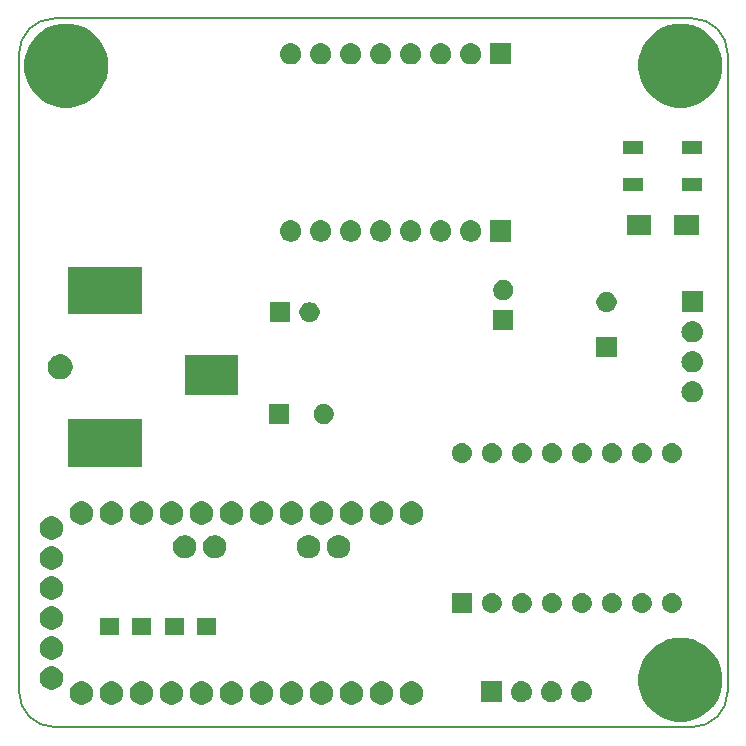
<source format=gbr>
%TF.GenerationSoftware,KiCad,Pcbnew,(5.0.1-3-g963ef8bb5)*%
%TF.CreationDate,2020-02-23T21:28:53+01:00*%
%TF.ProjectId,ethersweep,657468657273776565702E6B69636164,rev?*%
%TF.SameCoordinates,Original*%
%TF.FileFunction,Soldermask,Top*%
%TF.FilePolarity,Negative*%
%FSLAX46Y46*%
G04 Gerber Fmt 4.6, Leading zero omitted, Abs format (unit mm)*
G04 Created by KiCad (PCBNEW (5.0.1-3-g963ef8bb5)) date 2020 February 23, Sunday 21:28:53*
%MOMM*%
%LPD*%
G01*
G04 APERTURE LIST*
%ADD10C,0.150000*%
%ADD11C,0.200000*%
%ADD12C,0.100000*%
G04 APERTURE END LIST*
D10*
X84500000Y-72500000D02*
G75*
G02X87500000Y-69500000I3000000J0D01*
G01*
X87500000Y-129500000D02*
G75*
G02X84500000Y-126500000I0J3000000D01*
G01*
X144500000Y-126500000D02*
G75*
G02X141500000Y-129500000I-3000000J0D01*
G01*
X141500000Y-69500000D02*
G75*
G02X144500000Y-72500000I0J-3000000D01*
G01*
D11*
X84500000Y-126500000D02*
X84500000Y-72500000D01*
X141500000Y-129500000D02*
X87500000Y-129500000D01*
X144500000Y-72500000D02*
X144500000Y-126500000D01*
X87500000Y-69500000D02*
X141500000Y-69500000D01*
D12*
G36*
X141535786Y-122085462D02*
X141535788Y-122085463D01*
X141535789Y-122085463D01*
X142182029Y-122353144D01*
X142643323Y-122661371D01*
X142763634Y-122741760D01*
X143258240Y-123236366D01*
X143258242Y-123236369D01*
X143646856Y-123817971D01*
X143914537Y-124464211D01*
X143914538Y-124464214D01*
X144051000Y-125150256D01*
X144051000Y-125849744D01*
X143917198Y-126522415D01*
X143914537Y-126535789D01*
X143646856Y-127182029D01*
X143306551Y-127691332D01*
X143258240Y-127763634D01*
X142763634Y-128258240D01*
X142763631Y-128258242D01*
X142182029Y-128646856D01*
X141535789Y-128914537D01*
X141535788Y-128914537D01*
X141535786Y-128914538D01*
X140849744Y-129051000D01*
X140150256Y-129051000D01*
X139464214Y-128914538D01*
X139464212Y-128914537D01*
X139464211Y-128914537D01*
X138817971Y-128646856D01*
X138236369Y-128258242D01*
X138236366Y-128258240D01*
X137741760Y-127763634D01*
X137693449Y-127691332D01*
X137353144Y-127182029D01*
X137085463Y-126535789D01*
X137082803Y-126522415D01*
X136949000Y-125849744D01*
X136949000Y-125150256D01*
X137085462Y-124464214D01*
X137085463Y-124464211D01*
X137353144Y-123817971D01*
X137741758Y-123236369D01*
X137741760Y-123236366D01*
X138236366Y-122741760D01*
X138356677Y-122661371D01*
X138817971Y-122353144D01*
X139464211Y-122085463D01*
X139464212Y-122085463D01*
X139464214Y-122085462D01*
X140150256Y-121949000D01*
X140849744Y-121949000D01*
X141535786Y-122085462D01*
X141535786Y-122085462D01*
G37*
G36*
X107869003Y-125667275D02*
X107869005Y-125667276D01*
X107869006Y-125667276D01*
X108049320Y-125741964D01*
X108209410Y-125848933D01*
X108211601Y-125850397D01*
X108349603Y-125988399D01*
X108349605Y-125988402D01*
X108458036Y-126150680D01*
X108529567Y-126323373D01*
X108532725Y-126330997D01*
X108570800Y-126522413D01*
X108570800Y-126717585D01*
X108532724Y-126909006D01*
X108458036Y-127089320D01*
X108351067Y-127249410D01*
X108349603Y-127251601D01*
X108211601Y-127389603D01*
X108211598Y-127389605D01*
X108049320Y-127498036D01*
X107869006Y-127572724D01*
X107869005Y-127572724D01*
X107869003Y-127572725D01*
X107677587Y-127610800D01*
X107482413Y-127610800D01*
X107290997Y-127572725D01*
X107290995Y-127572724D01*
X107290994Y-127572724D01*
X107110680Y-127498036D01*
X106948402Y-127389605D01*
X106948399Y-127389603D01*
X106810397Y-127251601D01*
X106808933Y-127249410D01*
X106701964Y-127089320D01*
X106627276Y-126909006D01*
X106589200Y-126717585D01*
X106589200Y-126522413D01*
X106627275Y-126330997D01*
X106630433Y-126323373D01*
X106701964Y-126150680D01*
X106810395Y-125988402D01*
X106810397Y-125988399D01*
X106948399Y-125850397D01*
X106950590Y-125848933D01*
X107110680Y-125741964D01*
X107290994Y-125667276D01*
X107290995Y-125667276D01*
X107290997Y-125667275D01*
X107482413Y-125629200D01*
X107677587Y-125629200D01*
X107869003Y-125667275D01*
X107869003Y-125667275D01*
G37*
G36*
X105329003Y-125667275D02*
X105329005Y-125667276D01*
X105329006Y-125667276D01*
X105509320Y-125741964D01*
X105669410Y-125848933D01*
X105671601Y-125850397D01*
X105809603Y-125988399D01*
X105809605Y-125988402D01*
X105918036Y-126150680D01*
X105989567Y-126323373D01*
X105992725Y-126330997D01*
X106030800Y-126522413D01*
X106030800Y-126717585D01*
X105992724Y-126909006D01*
X105918036Y-127089320D01*
X105811067Y-127249410D01*
X105809603Y-127251601D01*
X105671601Y-127389603D01*
X105671598Y-127389605D01*
X105509320Y-127498036D01*
X105329006Y-127572724D01*
X105329005Y-127572724D01*
X105329003Y-127572725D01*
X105137587Y-127610800D01*
X104942413Y-127610800D01*
X104750997Y-127572725D01*
X104750995Y-127572724D01*
X104750994Y-127572724D01*
X104570680Y-127498036D01*
X104408402Y-127389605D01*
X104408399Y-127389603D01*
X104270397Y-127251601D01*
X104268933Y-127249410D01*
X104161964Y-127089320D01*
X104087276Y-126909006D01*
X104049200Y-126717585D01*
X104049200Y-126522413D01*
X104087275Y-126330997D01*
X104090433Y-126323373D01*
X104161964Y-126150680D01*
X104270395Y-125988402D01*
X104270397Y-125988399D01*
X104408399Y-125850397D01*
X104410590Y-125848933D01*
X104570680Y-125741964D01*
X104750994Y-125667276D01*
X104750995Y-125667276D01*
X104750997Y-125667275D01*
X104942413Y-125629200D01*
X105137587Y-125629200D01*
X105329003Y-125667275D01*
X105329003Y-125667275D01*
G37*
G36*
X102789003Y-125667275D02*
X102789005Y-125667276D01*
X102789006Y-125667276D01*
X102969320Y-125741964D01*
X103129410Y-125848933D01*
X103131601Y-125850397D01*
X103269603Y-125988399D01*
X103269605Y-125988402D01*
X103378036Y-126150680D01*
X103449567Y-126323373D01*
X103452725Y-126330997D01*
X103490800Y-126522413D01*
X103490800Y-126717585D01*
X103452724Y-126909006D01*
X103378036Y-127089320D01*
X103271067Y-127249410D01*
X103269603Y-127251601D01*
X103131601Y-127389603D01*
X103131598Y-127389605D01*
X102969320Y-127498036D01*
X102789006Y-127572724D01*
X102789005Y-127572724D01*
X102789003Y-127572725D01*
X102597587Y-127610800D01*
X102402413Y-127610800D01*
X102210997Y-127572725D01*
X102210995Y-127572724D01*
X102210994Y-127572724D01*
X102030680Y-127498036D01*
X101868402Y-127389605D01*
X101868399Y-127389603D01*
X101730397Y-127251601D01*
X101728933Y-127249410D01*
X101621964Y-127089320D01*
X101547276Y-126909006D01*
X101509200Y-126717585D01*
X101509200Y-126522413D01*
X101547275Y-126330997D01*
X101550433Y-126323373D01*
X101621964Y-126150680D01*
X101730395Y-125988402D01*
X101730397Y-125988399D01*
X101868399Y-125850397D01*
X101870590Y-125848933D01*
X102030680Y-125741964D01*
X102210994Y-125667276D01*
X102210995Y-125667276D01*
X102210997Y-125667275D01*
X102402413Y-125629200D01*
X102597587Y-125629200D01*
X102789003Y-125667275D01*
X102789003Y-125667275D01*
G37*
G36*
X100249003Y-125667275D02*
X100249005Y-125667276D01*
X100249006Y-125667276D01*
X100429320Y-125741964D01*
X100589410Y-125848933D01*
X100591601Y-125850397D01*
X100729603Y-125988399D01*
X100729605Y-125988402D01*
X100838036Y-126150680D01*
X100909567Y-126323373D01*
X100912725Y-126330997D01*
X100950800Y-126522413D01*
X100950800Y-126717585D01*
X100912724Y-126909006D01*
X100838036Y-127089320D01*
X100731067Y-127249410D01*
X100729603Y-127251601D01*
X100591601Y-127389603D01*
X100591598Y-127389605D01*
X100429320Y-127498036D01*
X100249006Y-127572724D01*
X100249005Y-127572724D01*
X100249003Y-127572725D01*
X100057587Y-127610800D01*
X99862413Y-127610800D01*
X99670997Y-127572725D01*
X99670995Y-127572724D01*
X99670994Y-127572724D01*
X99490680Y-127498036D01*
X99328402Y-127389605D01*
X99328399Y-127389603D01*
X99190397Y-127251601D01*
X99188933Y-127249410D01*
X99081964Y-127089320D01*
X99007276Y-126909006D01*
X98969200Y-126717585D01*
X98969200Y-126522413D01*
X99007275Y-126330997D01*
X99010433Y-126323373D01*
X99081964Y-126150680D01*
X99190395Y-125988402D01*
X99190397Y-125988399D01*
X99328399Y-125850397D01*
X99330590Y-125848933D01*
X99490680Y-125741964D01*
X99670994Y-125667276D01*
X99670995Y-125667276D01*
X99670997Y-125667275D01*
X99862413Y-125629200D01*
X100057587Y-125629200D01*
X100249003Y-125667275D01*
X100249003Y-125667275D01*
G37*
G36*
X97709003Y-125667275D02*
X97709005Y-125667276D01*
X97709006Y-125667276D01*
X97889320Y-125741964D01*
X98049410Y-125848933D01*
X98051601Y-125850397D01*
X98189603Y-125988399D01*
X98189605Y-125988402D01*
X98298036Y-126150680D01*
X98369567Y-126323373D01*
X98372725Y-126330997D01*
X98410800Y-126522413D01*
X98410800Y-126717585D01*
X98372724Y-126909006D01*
X98298036Y-127089320D01*
X98191067Y-127249410D01*
X98189603Y-127251601D01*
X98051601Y-127389603D01*
X98051598Y-127389605D01*
X97889320Y-127498036D01*
X97709006Y-127572724D01*
X97709005Y-127572724D01*
X97709003Y-127572725D01*
X97517587Y-127610800D01*
X97322413Y-127610800D01*
X97130997Y-127572725D01*
X97130995Y-127572724D01*
X97130994Y-127572724D01*
X96950680Y-127498036D01*
X96788402Y-127389605D01*
X96788399Y-127389603D01*
X96650397Y-127251601D01*
X96648933Y-127249410D01*
X96541964Y-127089320D01*
X96467276Y-126909006D01*
X96429200Y-126717585D01*
X96429200Y-126522413D01*
X96467275Y-126330997D01*
X96470433Y-126323373D01*
X96541964Y-126150680D01*
X96650395Y-125988402D01*
X96650397Y-125988399D01*
X96788399Y-125850397D01*
X96790590Y-125848933D01*
X96950680Y-125741964D01*
X97130994Y-125667276D01*
X97130995Y-125667276D01*
X97130997Y-125667275D01*
X97322413Y-125629200D01*
X97517587Y-125629200D01*
X97709003Y-125667275D01*
X97709003Y-125667275D01*
G37*
G36*
X95169003Y-125667275D02*
X95169005Y-125667276D01*
X95169006Y-125667276D01*
X95349320Y-125741964D01*
X95509410Y-125848933D01*
X95511601Y-125850397D01*
X95649603Y-125988399D01*
X95649605Y-125988402D01*
X95758036Y-126150680D01*
X95829567Y-126323373D01*
X95832725Y-126330997D01*
X95870800Y-126522413D01*
X95870800Y-126717585D01*
X95832724Y-126909006D01*
X95758036Y-127089320D01*
X95651067Y-127249410D01*
X95649603Y-127251601D01*
X95511601Y-127389603D01*
X95511598Y-127389605D01*
X95349320Y-127498036D01*
X95169006Y-127572724D01*
X95169005Y-127572724D01*
X95169003Y-127572725D01*
X94977587Y-127610800D01*
X94782413Y-127610800D01*
X94590997Y-127572725D01*
X94590995Y-127572724D01*
X94590994Y-127572724D01*
X94410680Y-127498036D01*
X94248402Y-127389605D01*
X94248399Y-127389603D01*
X94110397Y-127251601D01*
X94108933Y-127249410D01*
X94001964Y-127089320D01*
X93927276Y-126909006D01*
X93889200Y-126717585D01*
X93889200Y-126522413D01*
X93927275Y-126330997D01*
X93930433Y-126323373D01*
X94001964Y-126150680D01*
X94110395Y-125988402D01*
X94110397Y-125988399D01*
X94248399Y-125850397D01*
X94250590Y-125848933D01*
X94410680Y-125741964D01*
X94590994Y-125667276D01*
X94590995Y-125667276D01*
X94590997Y-125667275D01*
X94782413Y-125629200D01*
X94977587Y-125629200D01*
X95169003Y-125667275D01*
X95169003Y-125667275D01*
G37*
G36*
X92629003Y-125667275D02*
X92629005Y-125667276D01*
X92629006Y-125667276D01*
X92809320Y-125741964D01*
X92969410Y-125848933D01*
X92971601Y-125850397D01*
X93109603Y-125988399D01*
X93109605Y-125988402D01*
X93218036Y-126150680D01*
X93289567Y-126323373D01*
X93292725Y-126330997D01*
X93330800Y-126522413D01*
X93330800Y-126717585D01*
X93292724Y-126909006D01*
X93218036Y-127089320D01*
X93111067Y-127249410D01*
X93109603Y-127251601D01*
X92971601Y-127389603D01*
X92971598Y-127389605D01*
X92809320Y-127498036D01*
X92629006Y-127572724D01*
X92629005Y-127572724D01*
X92629003Y-127572725D01*
X92437587Y-127610800D01*
X92242413Y-127610800D01*
X92050997Y-127572725D01*
X92050995Y-127572724D01*
X92050994Y-127572724D01*
X91870680Y-127498036D01*
X91708402Y-127389605D01*
X91708399Y-127389603D01*
X91570397Y-127251601D01*
X91568933Y-127249410D01*
X91461964Y-127089320D01*
X91387276Y-126909006D01*
X91349200Y-126717585D01*
X91349200Y-126522413D01*
X91387275Y-126330997D01*
X91390433Y-126323373D01*
X91461964Y-126150680D01*
X91570395Y-125988402D01*
X91570397Y-125988399D01*
X91708399Y-125850397D01*
X91710590Y-125848933D01*
X91870680Y-125741964D01*
X92050994Y-125667276D01*
X92050995Y-125667276D01*
X92050997Y-125667275D01*
X92242413Y-125629200D01*
X92437587Y-125629200D01*
X92629003Y-125667275D01*
X92629003Y-125667275D01*
G37*
G36*
X90089003Y-125667275D02*
X90089005Y-125667276D01*
X90089006Y-125667276D01*
X90269320Y-125741964D01*
X90429410Y-125848933D01*
X90431601Y-125850397D01*
X90569603Y-125988399D01*
X90569605Y-125988402D01*
X90678036Y-126150680D01*
X90749567Y-126323373D01*
X90752725Y-126330997D01*
X90790800Y-126522413D01*
X90790800Y-126717585D01*
X90752724Y-126909006D01*
X90678036Y-127089320D01*
X90571067Y-127249410D01*
X90569603Y-127251601D01*
X90431601Y-127389603D01*
X90431598Y-127389605D01*
X90269320Y-127498036D01*
X90089006Y-127572724D01*
X90089005Y-127572724D01*
X90089003Y-127572725D01*
X89897587Y-127610800D01*
X89702413Y-127610800D01*
X89510997Y-127572725D01*
X89510995Y-127572724D01*
X89510994Y-127572724D01*
X89330680Y-127498036D01*
X89168402Y-127389605D01*
X89168399Y-127389603D01*
X89030397Y-127251601D01*
X89028933Y-127249410D01*
X88921964Y-127089320D01*
X88847276Y-126909006D01*
X88809200Y-126717585D01*
X88809200Y-126522413D01*
X88847275Y-126330997D01*
X88850433Y-126323373D01*
X88921964Y-126150680D01*
X89030395Y-125988402D01*
X89030397Y-125988399D01*
X89168399Y-125850397D01*
X89170590Y-125848933D01*
X89330680Y-125741964D01*
X89510994Y-125667276D01*
X89510995Y-125667276D01*
X89510997Y-125667275D01*
X89702413Y-125629200D01*
X89897587Y-125629200D01*
X90089003Y-125667275D01*
X90089003Y-125667275D01*
G37*
G36*
X110409003Y-125667275D02*
X110409005Y-125667276D01*
X110409006Y-125667276D01*
X110589320Y-125741964D01*
X110749410Y-125848933D01*
X110751601Y-125850397D01*
X110889603Y-125988399D01*
X110889605Y-125988402D01*
X110998036Y-126150680D01*
X111069567Y-126323373D01*
X111072725Y-126330997D01*
X111110800Y-126522413D01*
X111110800Y-126717585D01*
X111072724Y-126909006D01*
X110998036Y-127089320D01*
X110891067Y-127249410D01*
X110889603Y-127251601D01*
X110751601Y-127389603D01*
X110751598Y-127389605D01*
X110589320Y-127498036D01*
X110409006Y-127572724D01*
X110409005Y-127572724D01*
X110409003Y-127572725D01*
X110217587Y-127610800D01*
X110022413Y-127610800D01*
X109830997Y-127572725D01*
X109830995Y-127572724D01*
X109830994Y-127572724D01*
X109650680Y-127498036D01*
X109488402Y-127389605D01*
X109488399Y-127389603D01*
X109350397Y-127251601D01*
X109348933Y-127249410D01*
X109241964Y-127089320D01*
X109167276Y-126909006D01*
X109129200Y-126717585D01*
X109129200Y-126522413D01*
X109167275Y-126330997D01*
X109170433Y-126323373D01*
X109241964Y-126150680D01*
X109350395Y-125988402D01*
X109350397Y-125988399D01*
X109488399Y-125850397D01*
X109490590Y-125848933D01*
X109650680Y-125741964D01*
X109830994Y-125667276D01*
X109830995Y-125667276D01*
X109830997Y-125667275D01*
X110022413Y-125629200D01*
X110217587Y-125629200D01*
X110409003Y-125667275D01*
X110409003Y-125667275D01*
G37*
G36*
X112949003Y-125667275D02*
X112949005Y-125667276D01*
X112949006Y-125667276D01*
X113129320Y-125741964D01*
X113289410Y-125848933D01*
X113291601Y-125850397D01*
X113429603Y-125988399D01*
X113429605Y-125988402D01*
X113538036Y-126150680D01*
X113609567Y-126323373D01*
X113612725Y-126330997D01*
X113650800Y-126522413D01*
X113650800Y-126717585D01*
X113612724Y-126909006D01*
X113538036Y-127089320D01*
X113431067Y-127249410D01*
X113429603Y-127251601D01*
X113291601Y-127389603D01*
X113291598Y-127389605D01*
X113129320Y-127498036D01*
X112949006Y-127572724D01*
X112949005Y-127572724D01*
X112949003Y-127572725D01*
X112757587Y-127610800D01*
X112562413Y-127610800D01*
X112370997Y-127572725D01*
X112370995Y-127572724D01*
X112370994Y-127572724D01*
X112190680Y-127498036D01*
X112028402Y-127389605D01*
X112028399Y-127389603D01*
X111890397Y-127251601D01*
X111888933Y-127249410D01*
X111781964Y-127089320D01*
X111707276Y-126909006D01*
X111669200Y-126717585D01*
X111669200Y-126522413D01*
X111707275Y-126330997D01*
X111710433Y-126323373D01*
X111781964Y-126150680D01*
X111890395Y-125988402D01*
X111890397Y-125988399D01*
X112028399Y-125850397D01*
X112030590Y-125848933D01*
X112190680Y-125741964D01*
X112370994Y-125667276D01*
X112370995Y-125667276D01*
X112370997Y-125667275D01*
X112562413Y-125629200D01*
X112757587Y-125629200D01*
X112949003Y-125667275D01*
X112949003Y-125667275D01*
G37*
G36*
X115489003Y-125667275D02*
X115489005Y-125667276D01*
X115489006Y-125667276D01*
X115669320Y-125741964D01*
X115829410Y-125848933D01*
X115831601Y-125850397D01*
X115969603Y-125988399D01*
X115969605Y-125988402D01*
X116078036Y-126150680D01*
X116149567Y-126323373D01*
X116152725Y-126330997D01*
X116190800Y-126522413D01*
X116190800Y-126717585D01*
X116152724Y-126909006D01*
X116078036Y-127089320D01*
X115971067Y-127249410D01*
X115969603Y-127251601D01*
X115831601Y-127389603D01*
X115831598Y-127389605D01*
X115669320Y-127498036D01*
X115489006Y-127572724D01*
X115489005Y-127572724D01*
X115489003Y-127572725D01*
X115297587Y-127610800D01*
X115102413Y-127610800D01*
X114910997Y-127572725D01*
X114910995Y-127572724D01*
X114910994Y-127572724D01*
X114730680Y-127498036D01*
X114568402Y-127389605D01*
X114568399Y-127389603D01*
X114430397Y-127251601D01*
X114428933Y-127249410D01*
X114321964Y-127089320D01*
X114247276Y-126909006D01*
X114209200Y-126717585D01*
X114209200Y-126522413D01*
X114247275Y-126330997D01*
X114250433Y-126323373D01*
X114321964Y-126150680D01*
X114430395Y-125988402D01*
X114430397Y-125988399D01*
X114568399Y-125850397D01*
X114570590Y-125848933D01*
X114730680Y-125741964D01*
X114910994Y-125667276D01*
X114910995Y-125667276D01*
X114910997Y-125667275D01*
X115102413Y-125629200D01*
X115297587Y-125629200D01*
X115489003Y-125667275D01*
X115489003Y-125667275D01*
G37*
G36*
X118029003Y-125667275D02*
X118029005Y-125667276D01*
X118029006Y-125667276D01*
X118209320Y-125741964D01*
X118369410Y-125848933D01*
X118371601Y-125850397D01*
X118509603Y-125988399D01*
X118509605Y-125988402D01*
X118618036Y-126150680D01*
X118689567Y-126323373D01*
X118692725Y-126330997D01*
X118730800Y-126522413D01*
X118730800Y-126717585D01*
X118692724Y-126909006D01*
X118618036Y-127089320D01*
X118511067Y-127249410D01*
X118509603Y-127251601D01*
X118371601Y-127389603D01*
X118371598Y-127389605D01*
X118209320Y-127498036D01*
X118029006Y-127572724D01*
X118029005Y-127572724D01*
X118029003Y-127572725D01*
X117837587Y-127610800D01*
X117642413Y-127610800D01*
X117450997Y-127572725D01*
X117450995Y-127572724D01*
X117450994Y-127572724D01*
X117270680Y-127498036D01*
X117108402Y-127389605D01*
X117108399Y-127389603D01*
X116970397Y-127251601D01*
X116968933Y-127249410D01*
X116861964Y-127089320D01*
X116787276Y-126909006D01*
X116749200Y-126717585D01*
X116749200Y-126522413D01*
X116787275Y-126330997D01*
X116790433Y-126323373D01*
X116861964Y-126150680D01*
X116970395Y-125988402D01*
X116970397Y-125988399D01*
X117108399Y-125850397D01*
X117110590Y-125848933D01*
X117270680Y-125741964D01*
X117450994Y-125667276D01*
X117450995Y-125667276D01*
X117450997Y-125667275D01*
X117642413Y-125629200D01*
X117837587Y-125629200D01*
X118029003Y-125667275D01*
X118029003Y-125667275D01*
G37*
G36*
X129690443Y-125605519D02*
X129756627Y-125612037D01*
X129820959Y-125631552D01*
X129926467Y-125663557D01*
X130065087Y-125737652D01*
X130082991Y-125747222D01*
X130118729Y-125776552D01*
X130220186Y-125859814D01*
X130295019Y-125951000D01*
X130332778Y-125997009D01*
X130332779Y-125997011D01*
X130416443Y-126153533D01*
X130416443Y-126153534D01*
X130467963Y-126323373D01*
X130485359Y-126500000D01*
X130467963Y-126676627D01*
X130455538Y-126717587D01*
X130416443Y-126846467D01*
X130375809Y-126922487D01*
X130332778Y-127002991D01*
X130303448Y-127038729D01*
X130220186Y-127140186D01*
X130118729Y-127223448D01*
X130082991Y-127252778D01*
X130082989Y-127252779D01*
X129926467Y-127336443D01*
X129869853Y-127353616D01*
X129756627Y-127387963D01*
X129690443Y-127394481D01*
X129624260Y-127401000D01*
X129535740Y-127401000D01*
X129469557Y-127394481D01*
X129403373Y-127387963D01*
X129290147Y-127353616D01*
X129233533Y-127336443D01*
X129077011Y-127252779D01*
X129077009Y-127252778D01*
X129041271Y-127223448D01*
X128939814Y-127140186D01*
X128856552Y-127038729D01*
X128827222Y-127002991D01*
X128784191Y-126922487D01*
X128743557Y-126846467D01*
X128704462Y-126717587D01*
X128692037Y-126676627D01*
X128674641Y-126500000D01*
X128692037Y-126323373D01*
X128743557Y-126153534D01*
X128743557Y-126153533D01*
X128827221Y-125997011D01*
X128827222Y-125997009D01*
X128864981Y-125951000D01*
X128939814Y-125859814D01*
X129041271Y-125776552D01*
X129077009Y-125747222D01*
X129094913Y-125737652D01*
X129233533Y-125663557D01*
X129339041Y-125631552D01*
X129403373Y-125612037D01*
X129469557Y-125605519D01*
X129535740Y-125599000D01*
X129624260Y-125599000D01*
X129690443Y-125605519D01*
X129690443Y-125605519D01*
G37*
G36*
X127150443Y-125605519D02*
X127216627Y-125612037D01*
X127280959Y-125631552D01*
X127386467Y-125663557D01*
X127525087Y-125737652D01*
X127542991Y-125747222D01*
X127578729Y-125776552D01*
X127680186Y-125859814D01*
X127755019Y-125951000D01*
X127792778Y-125997009D01*
X127792779Y-125997011D01*
X127876443Y-126153533D01*
X127876443Y-126153534D01*
X127927963Y-126323373D01*
X127945359Y-126500000D01*
X127927963Y-126676627D01*
X127915538Y-126717587D01*
X127876443Y-126846467D01*
X127835809Y-126922487D01*
X127792778Y-127002991D01*
X127763448Y-127038729D01*
X127680186Y-127140186D01*
X127578729Y-127223448D01*
X127542991Y-127252778D01*
X127542989Y-127252779D01*
X127386467Y-127336443D01*
X127329853Y-127353616D01*
X127216627Y-127387963D01*
X127150443Y-127394481D01*
X127084260Y-127401000D01*
X126995740Y-127401000D01*
X126929557Y-127394481D01*
X126863373Y-127387963D01*
X126750147Y-127353616D01*
X126693533Y-127336443D01*
X126537011Y-127252779D01*
X126537009Y-127252778D01*
X126501271Y-127223448D01*
X126399814Y-127140186D01*
X126316552Y-127038729D01*
X126287222Y-127002991D01*
X126244191Y-126922487D01*
X126203557Y-126846467D01*
X126164462Y-126717587D01*
X126152037Y-126676627D01*
X126134641Y-126500000D01*
X126152037Y-126323373D01*
X126203557Y-126153534D01*
X126203557Y-126153533D01*
X126287221Y-125997011D01*
X126287222Y-125997009D01*
X126324981Y-125951000D01*
X126399814Y-125859814D01*
X126501271Y-125776552D01*
X126537009Y-125747222D01*
X126554913Y-125737652D01*
X126693533Y-125663557D01*
X126799041Y-125631552D01*
X126863373Y-125612037D01*
X126929557Y-125605519D01*
X126995740Y-125599000D01*
X127084260Y-125599000D01*
X127150443Y-125605519D01*
X127150443Y-125605519D01*
G37*
G36*
X125401000Y-127401000D02*
X123599000Y-127401000D01*
X123599000Y-125599000D01*
X125401000Y-125599000D01*
X125401000Y-127401000D01*
X125401000Y-127401000D01*
G37*
G36*
X132230443Y-125605519D02*
X132296627Y-125612037D01*
X132360959Y-125631552D01*
X132466467Y-125663557D01*
X132605087Y-125737652D01*
X132622991Y-125747222D01*
X132658729Y-125776552D01*
X132760186Y-125859814D01*
X132835019Y-125951000D01*
X132872778Y-125997009D01*
X132872779Y-125997011D01*
X132956443Y-126153533D01*
X132956443Y-126153534D01*
X133007963Y-126323373D01*
X133025359Y-126500000D01*
X133007963Y-126676627D01*
X132995538Y-126717587D01*
X132956443Y-126846467D01*
X132915809Y-126922487D01*
X132872778Y-127002991D01*
X132843448Y-127038729D01*
X132760186Y-127140186D01*
X132658729Y-127223448D01*
X132622991Y-127252778D01*
X132622989Y-127252779D01*
X132466467Y-127336443D01*
X132409853Y-127353616D01*
X132296627Y-127387963D01*
X132230443Y-127394481D01*
X132164260Y-127401000D01*
X132075740Y-127401000D01*
X132009557Y-127394481D01*
X131943373Y-127387963D01*
X131830147Y-127353616D01*
X131773533Y-127336443D01*
X131617011Y-127252779D01*
X131617009Y-127252778D01*
X131581271Y-127223448D01*
X131479814Y-127140186D01*
X131396552Y-127038729D01*
X131367222Y-127002991D01*
X131324191Y-126922487D01*
X131283557Y-126846467D01*
X131244462Y-126717587D01*
X131232037Y-126676627D01*
X131214641Y-126500000D01*
X131232037Y-126323373D01*
X131283557Y-126153534D01*
X131283557Y-126153533D01*
X131367221Y-125997011D01*
X131367222Y-125997009D01*
X131404981Y-125951000D01*
X131479814Y-125859814D01*
X131581271Y-125776552D01*
X131617009Y-125747222D01*
X131634913Y-125737652D01*
X131773533Y-125663557D01*
X131879041Y-125631552D01*
X131943373Y-125612037D01*
X132009557Y-125605519D01*
X132075740Y-125599000D01*
X132164260Y-125599000D01*
X132230443Y-125605519D01*
X132230443Y-125605519D01*
G37*
G36*
X87549003Y-124397275D02*
X87549005Y-124397276D01*
X87549006Y-124397276D01*
X87729320Y-124471964D01*
X87729321Y-124471965D01*
X87891601Y-124580397D01*
X88029603Y-124718399D01*
X88029605Y-124718402D01*
X88138036Y-124880680D01*
X88207756Y-125049000D01*
X88212725Y-125060997D01*
X88250800Y-125252413D01*
X88250800Y-125447587D01*
X88218089Y-125612037D01*
X88212724Y-125639006D01*
X88138036Y-125819320D01*
X88110978Y-125859815D01*
X88029603Y-125981601D01*
X87891601Y-126119603D01*
X87891598Y-126119605D01*
X87729320Y-126228036D01*
X87549006Y-126302724D01*
X87549005Y-126302724D01*
X87549003Y-126302725D01*
X87357587Y-126340800D01*
X87162413Y-126340800D01*
X86970997Y-126302725D01*
X86970995Y-126302724D01*
X86970994Y-126302724D01*
X86790680Y-126228036D01*
X86628402Y-126119605D01*
X86628399Y-126119603D01*
X86490397Y-125981601D01*
X86409022Y-125859815D01*
X86381964Y-125819320D01*
X86307276Y-125639006D01*
X86301912Y-125612037D01*
X86269200Y-125447587D01*
X86269200Y-125252413D01*
X86307275Y-125060997D01*
X86312244Y-125049000D01*
X86381964Y-124880680D01*
X86490395Y-124718402D01*
X86490397Y-124718399D01*
X86628399Y-124580397D01*
X86790679Y-124471965D01*
X86790680Y-124471964D01*
X86970994Y-124397276D01*
X86970995Y-124397276D01*
X86970997Y-124397275D01*
X87162413Y-124359200D01*
X87357587Y-124359200D01*
X87549003Y-124397275D01*
X87549003Y-124397275D01*
G37*
G36*
X87549003Y-121857275D02*
X87549005Y-121857276D01*
X87549006Y-121857276D01*
X87729320Y-121931964D01*
X87729321Y-121931965D01*
X87891601Y-122040397D01*
X88029603Y-122178399D01*
X88029605Y-122178402D01*
X88138036Y-122340680D01*
X88143199Y-122353145D01*
X88212725Y-122520997D01*
X88250800Y-122712413D01*
X88250800Y-122907587D01*
X88214789Y-123088629D01*
X88212724Y-123099006D01*
X88138036Y-123279320D01*
X88138035Y-123279321D01*
X88029603Y-123441601D01*
X87891601Y-123579603D01*
X87891598Y-123579605D01*
X87729320Y-123688036D01*
X87549006Y-123762724D01*
X87549005Y-123762724D01*
X87549003Y-123762725D01*
X87357587Y-123800800D01*
X87162413Y-123800800D01*
X86970997Y-123762725D01*
X86970995Y-123762724D01*
X86970994Y-123762724D01*
X86790680Y-123688036D01*
X86628402Y-123579605D01*
X86628399Y-123579603D01*
X86490397Y-123441601D01*
X86381965Y-123279321D01*
X86381964Y-123279320D01*
X86307276Y-123099006D01*
X86305212Y-123088629D01*
X86269200Y-122907587D01*
X86269200Y-122712413D01*
X86307275Y-122520997D01*
X86376801Y-122353145D01*
X86381964Y-122340680D01*
X86490395Y-122178402D01*
X86490397Y-122178399D01*
X86628399Y-122040397D01*
X86790679Y-121931965D01*
X86790680Y-121931964D01*
X86970994Y-121857276D01*
X86970995Y-121857276D01*
X86970997Y-121857275D01*
X87162413Y-121819200D01*
X87357587Y-121819200D01*
X87549003Y-121857275D01*
X87549003Y-121857275D01*
G37*
G36*
X92951000Y-121701000D02*
X91349000Y-121701000D01*
X91349000Y-120299000D01*
X92951000Y-120299000D01*
X92951000Y-121701000D01*
X92951000Y-121701000D01*
G37*
G36*
X95651000Y-121701000D02*
X94049000Y-121701000D01*
X94049000Y-120299000D01*
X95651000Y-120299000D01*
X95651000Y-121701000D01*
X95651000Y-121701000D01*
G37*
G36*
X101151000Y-121701000D02*
X99549000Y-121701000D01*
X99549000Y-120299000D01*
X101151000Y-120299000D01*
X101151000Y-121701000D01*
X101151000Y-121701000D01*
G37*
G36*
X98451000Y-121701000D02*
X96849000Y-121701000D01*
X96849000Y-120299000D01*
X98451000Y-120299000D01*
X98451000Y-121701000D01*
X98451000Y-121701000D01*
G37*
G36*
X87549003Y-119317275D02*
X87549005Y-119317276D01*
X87549006Y-119317276D01*
X87729320Y-119391964D01*
X87889410Y-119498933D01*
X87891601Y-119500397D01*
X88029603Y-119638399D01*
X88029605Y-119638402D01*
X88138036Y-119800680D01*
X88212724Y-119980994D01*
X88250800Y-120172415D01*
X88250800Y-120367585D01*
X88212724Y-120559006D01*
X88138036Y-120739320D01*
X88138035Y-120739321D01*
X88029603Y-120901601D01*
X87891601Y-121039603D01*
X87891598Y-121039605D01*
X87729320Y-121148036D01*
X87549006Y-121222724D01*
X87549005Y-121222724D01*
X87549003Y-121222725D01*
X87357587Y-121260800D01*
X87162413Y-121260800D01*
X86970997Y-121222725D01*
X86970995Y-121222724D01*
X86970994Y-121222724D01*
X86790680Y-121148036D01*
X86628402Y-121039605D01*
X86628399Y-121039603D01*
X86490397Y-120901601D01*
X86381965Y-120739321D01*
X86381964Y-120739320D01*
X86307276Y-120559006D01*
X86269200Y-120367585D01*
X86269200Y-120172415D01*
X86307276Y-119980994D01*
X86381964Y-119800680D01*
X86490395Y-119638402D01*
X86490397Y-119638399D01*
X86628399Y-119500397D01*
X86630590Y-119498933D01*
X86790680Y-119391964D01*
X86970994Y-119317276D01*
X86970995Y-119317276D01*
X86970997Y-119317275D01*
X87162413Y-119279200D01*
X87357587Y-119279200D01*
X87549003Y-119317275D01*
X87549003Y-119317275D01*
G37*
G36*
X139946821Y-118161313D02*
X139946824Y-118161314D01*
X139946825Y-118161314D01*
X140107239Y-118209975D01*
X140107241Y-118209976D01*
X140107244Y-118209977D01*
X140255078Y-118288995D01*
X140384659Y-118395341D01*
X140491005Y-118524922D01*
X140570023Y-118672756D01*
X140570024Y-118672759D01*
X140570025Y-118672761D01*
X140584597Y-118720800D01*
X140618687Y-118833179D01*
X140635117Y-119000000D01*
X140618687Y-119166821D01*
X140618686Y-119166824D01*
X140618686Y-119166825D01*
X140573048Y-119317275D01*
X140570023Y-119327244D01*
X140491005Y-119475078D01*
X140384659Y-119604659D01*
X140255078Y-119711005D01*
X140107244Y-119790023D01*
X140107241Y-119790024D01*
X140107239Y-119790025D01*
X139946825Y-119838686D01*
X139946824Y-119838686D01*
X139946821Y-119838687D01*
X139821804Y-119851000D01*
X139738196Y-119851000D01*
X139613179Y-119838687D01*
X139613176Y-119838686D01*
X139613175Y-119838686D01*
X139452761Y-119790025D01*
X139452759Y-119790024D01*
X139452756Y-119790023D01*
X139304922Y-119711005D01*
X139175341Y-119604659D01*
X139068995Y-119475078D01*
X138989977Y-119327244D01*
X138986953Y-119317275D01*
X138941314Y-119166825D01*
X138941314Y-119166824D01*
X138941313Y-119166821D01*
X138924883Y-119000000D01*
X138941313Y-118833179D01*
X138975403Y-118720800D01*
X138989975Y-118672761D01*
X138989976Y-118672759D01*
X138989977Y-118672756D01*
X139068995Y-118524922D01*
X139175341Y-118395341D01*
X139304922Y-118288995D01*
X139452756Y-118209977D01*
X139452759Y-118209976D01*
X139452761Y-118209975D01*
X139613175Y-118161314D01*
X139613176Y-118161314D01*
X139613179Y-118161313D01*
X139738196Y-118149000D01*
X139821804Y-118149000D01*
X139946821Y-118161313D01*
X139946821Y-118161313D01*
G37*
G36*
X137406821Y-118161313D02*
X137406824Y-118161314D01*
X137406825Y-118161314D01*
X137567239Y-118209975D01*
X137567241Y-118209976D01*
X137567244Y-118209977D01*
X137715078Y-118288995D01*
X137844659Y-118395341D01*
X137951005Y-118524922D01*
X138030023Y-118672756D01*
X138030024Y-118672759D01*
X138030025Y-118672761D01*
X138044597Y-118720800D01*
X138078687Y-118833179D01*
X138095117Y-119000000D01*
X138078687Y-119166821D01*
X138078686Y-119166824D01*
X138078686Y-119166825D01*
X138033048Y-119317275D01*
X138030023Y-119327244D01*
X137951005Y-119475078D01*
X137844659Y-119604659D01*
X137715078Y-119711005D01*
X137567244Y-119790023D01*
X137567241Y-119790024D01*
X137567239Y-119790025D01*
X137406825Y-119838686D01*
X137406824Y-119838686D01*
X137406821Y-119838687D01*
X137281804Y-119851000D01*
X137198196Y-119851000D01*
X137073179Y-119838687D01*
X137073176Y-119838686D01*
X137073175Y-119838686D01*
X136912761Y-119790025D01*
X136912759Y-119790024D01*
X136912756Y-119790023D01*
X136764922Y-119711005D01*
X136635341Y-119604659D01*
X136528995Y-119475078D01*
X136449977Y-119327244D01*
X136446953Y-119317275D01*
X136401314Y-119166825D01*
X136401314Y-119166824D01*
X136401313Y-119166821D01*
X136384883Y-119000000D01*
X136401313Y-118833179D01*
X136435403Y-118720800D01*
X136449975Y-118672761D01*
X136449976Y-118672759D01*
X136449977Y-118672756D01*
X136528995Y-118524922D01*
X136635341Y-118395341D01*
X136764922Y-118288995D01*
X136912756Y-118209977D01*
X136912759Y-118209976D01*
X136912761Y-118209975D01*
X137073175Y-118161314D01*
X137073176Y-118161314D01*
X137073179Y-118161313D01*
X137198196Y-118149000D01*
X137281804Y-118149000D01*
X137406821Y-118161313D01*
X137406821Y-118161313D01*
G37*
G36*
X134866821Y-118161313D02*
X134866824Y-118161314D01*
X134866825Y-118161314D01*
X135027239Y-118209975D01*
X135027241Y-118209976D01*
X135027244Y-118209977D01*
X135175078Y-118288995D01*
X135304659Y-118395341D01*
X135411005Y-118524922D01*
X135490023Y-118672756D01*
X135490024Y-118672759D01*
X135490025Y-118672761D01*
X135504597Y-118720800D01*
X135538687Y-118833179D01*
X135555117Y-119000000D01*
X135538687Y-119166821D01*
X135538686Y-119166824D01*
X135538686Y-119166825D01*
X135493048Y-119317275D01*
X135490023Y-119327244D01*
X135411005Y-119475078D01*
X135304659Y-119604659D01*
X135175078Y-119711005D01*
X135027244Y-119790023D01*
X135027241Y-119790024D01*
X135027239Y-119790025D01*
X134866825Y-119838686D01*
X134866824Y-119838686D01*
X134866821Y-119838687D01*
X134741804Y-119851000D01*
X134658196Y-119851000D01*
X134533179Y-119838687D01*
X134533176Y-119838686D01*
X134533175Y-119838686D01*
X134372761Y-119790025D01*
X134372759Y-119790024D01*
X134372756Y-119790023D01*
X134224922Y-119711005D01*
X134095341Y-119604659D01*
X133988995Y-119475078D01*
X133909977Y-119327244D01*
X133906953Y-119317275D01*
X133861314Y-119166825D01*
X133861314Y-119166824D01*
X133861313Y-119166821D01*
X133844883Y-119000000D01*
X133861313Y-118833179D01*
X133895403Y-118720800D01*
X133909975Y-118672761D01*
X133909976Y-118672759D01*
X133909977Y-118672756D01*
X133988995Y-118524922D01*
X134095341Y-118395341D01*
X134224922Y-118288995D01*
X134372756Y-118209977D01*
X134372759Y-118209976D01*
X134372761Y-118209975D01*
X134533175Y-118161314D01*
X134533176Y-118161314D01*
X134533179Y-118161313D01*
X134658196Y-118149000D01*
X134741804Y-118149000D01*
X134866821Y-118161313D01*
X134866821Y-118161313D01*
G37*
G36*
X132326821Y-118161313D02*
X132326824Y-118161314D01*
X132326825Y-118161314D01*
X132487239Y-118209975D01*
X132487241Y-118209976D01*
X132487244Y-118209977D01*
X132635078Y-118288995D01*
X132764659Y-118395341D01*
X132871005Y-118524922D01*
X132950023Y-118672756D01*
X132950024Y-118672759D01*
X132950025Y-118672761D01*
X132964597Y-118720800D01*
X132998687Y-118833179D01*
X133015117Y-119000000D01*
X132998687Y-119166821D01*
X132998686Y-119166824D01*
X132998686Y-119166825D01*
X132953048Y-119317275D01*
X132950023Y-119327244D01*
X132871005Y-119475078D01*
X132764659Y-119604659D01*
X132635078Y-119711005D01*
X132487244Y-119790023D01*
X132487241Y-119790024D01*
X132487239Y-119790025D01*
X132326825Y-119838686D01*
X132326824Y-119838686D01*
X132326821Y-119838687D01*
X132201804Y-119851000D01*
X132118196Y-119851000D01*
X131993179Y-119838687D01*
X131993176Y-119838686D01*
X131993175Y-119838686D01*
X131832761Y-119790025D01*
X131832759Y-119790024D01*
X131832756Y-119790023D01*
X131684922Y-119711005D01*
X131555341Y-119604659D01*
X131448995Y-119475078D01*
X131369977Y-119327244D01*
X131366953Y-119317275D01*
X131321314Y-119166825D01*
X131321314Y-119166824D01*
X131321313Y-119166821D01*
X131304883Y-119000000D01*
X131321313Y-118833179D01*
X131355403Y-118720800D01*
X131369975Y-118672761D01*
X131369976Y-118672759D01*
X131369977Y-118672756D01*
X131448995Y-118524922D01*
X131555341Y-118395341D01*
X131684922Y-118288995D01*
X131832756Y-118209977D01*
X131832759Y-118209976D01*
X131832761Y-118209975D01*
X131993175Y-118161314D01*
X131993176Y-118161314D01*
X131993179Y-118161313D01*
X132118196Y-118149000D01*
X132201804Y-118149000D01*
X132326821Y-118161313D01*
X132326821Y-118161313D01*
G37*
G36*
X129786821Y-118161313D02*
X129786824Y-118161314D01*
X129786825Y-118161314D01*
X129947239Y-118209975D01*
X129947241Y-118209976D01*
X129947244Y-118209977D01*
X130095078Y-118288995D01*
X130224659Y-118395341D01*
X130331005Y-118524922D01*
X130410023Y-118672756D01*
X130410024Y-118672759D01*
X130410025Y-118672761D01*
X130424597Y-118720800D01*
X130458687Y-118833179D01*
X130475117Y-119000000D01*
X130458687Y-119166821D01*
X130458686Y-119166824D01*
X130458686Y-119166825D01*
X130413048Y-119317275D01*
X130410023Y-119327244D01*
X130331005Y-119475078D01*
X130224659Y-119604659D01*
X130095078Y-119711005D01*
X129947244Y-119790023D01*
X129947241Y-119790024D01*
X129947239Y-119790025D01*
X129786825Y-119838686D01*
X129786824Y-119838686D01*
X129786821Y-119838687D01*
X129661804Y-119851000D01*
X129578196Y-119851000D01*
X129453179Y-119838687D01*
X129453176Y-119838686D01*
X129453175Y-119838686D01*
X129292761Y-119790025D01*
X129292759Y-119790024D01*
X129292756Y-119790023D01*
X129144922Y-119711005D01*
X129015341Y-119604659D01*
X128908995Y-119475078D01*
X128829977Y-119327244D01*
X128826953Y-119317275D01*
X128781314Y-119166825D01*
X128781314Y-119166824D01*
X128781313Y-119166821D01*
X128764883Y-119000000D01*
X128781313Y-118833179D01*
X128815403Y-118720800D01*
X128829975Y-118672761D01*
X128829976Y-118672759D01*
X128829977Y-118672756D01*
X128908995Y-118524922D01*
X129015341Y-118395341D01*
X129144922Y-118288995D01*
X129292756Y-118209977D01*
X129292759Y-118209976D01*
X129292761Y-118209975D01*
X129453175Y-118161314D01*
X129453176Y-118161314D01*
X129453179Y-118161313D01*
X129578196Y-118149000D01*
X129661804Y-118149000D01*
X129786821Y-118161313D01*
X129786821Y-118161313D01*
G37*
G36*
X127246821Y-118161313D02*
X127246824Y-118161314D01*
X127246825Y-118161314D01*
X127407239Y-118209975D01*
X127407241Y-118209976D01*
X127407244Y-118209977D01*
X127555078Y-118288995D01*
X127684659Y-118395341D01*
X127791005Y-118524922D01*
X127870023Y-118672756D01*
X127870024Y-118672759D01*
X127870025Y-118672761D01*
X127884597Y-118720800D01*
X127918687Y-118833179D01*
X127935117Y-119000000D01*
X127918687Y-119166821D01*
X127918686Y-119166824D01*
X127918686Y-119166825D01*
X127873048Y-119317275D01*
X127870023Y-119327244D01*
X127791005Y-119475078D01*
X127684659Y-119604659D01*
X127555078Y-119711005D01*
X127407244Y-119790023D01*
X127407241Y-119790024D01*
X127407239Y-119790025D01*
X127246825Y-119838686D01*
X127246824Y-119838686D01*
X127246821Y-119838687D01*
X127121804Y-119851000D01*
X127038196Y-119851000D01*
X126913179Y-119838687D01*
X126913176Y-119838686D01*
X126913175Y-119838686D01*
X126752761Y-119790025D01*
X126752759Y-119790024D01*
X126752756Y-119790023D01*
X126604922Y-119711005D01*
X126475341Y-119604659D01*
X126368995Y-119475078D01*
X126289977Y-119327244D01*
X126286953Y-119317275D01*
X126241314Y-119166825D01*
X126241314Y-119166824D01*
X126241313Y-119166821D01*
X126224883Y-119000000D01*
X126241313Y-118833179D01*
X126275403Y-118720800D01*
X126289975Y-118672761D01*
X126289976Y-118672759D01*
X126289977Y-118672756D01*
X126368995Y-118524922D01*
X126475341Y-118395341D01*
X126604922Y-118288995D01*
X126752756Y-118209977D01*
X126752759Y-118209976D01*
X126752761Y-118209975D01*
X126913175Y-118161314D01*
X126913176Y-118161314D01*
X126913179Y-118161313D01*
X127038196Y-118149000D01*
X127121804Y-118149000D01*
X127246821Y-118161313D01*
X127246821Y-118161313D01*
G37*
G36*
X124706821Y-118161313D02*
X124706824Y-118161314D01*
X124706825Y-118161314D01*
X124867239Y-118209975D01*
X124867241Y-118209976D01*
X124867244Y-118209977D01*
X125015078Y-118288995D01*
X125144659Y-118395341D01*
X125251005Y-118524922D01*
X125330023Y-118672756D01*
X125330024Y-118672759D01*
X125330025Y-118672761D01*
X125344597Y-118720800D01*
X125378687Y-118833179D01*
X125395117Y-119000000D01*
X125378687Y-119166821D01*
X125378686Y-119166824D01*
X125378686Y-119166825D01*
X125333048Y-119317275D01*
X125330023Y-119327244D01*
X125251005Y-119475078D01*
X125144659Y-119604659D01*
X125015078Y-119711005D01*
X124867244Y-119790023D01*
X124867241Y-119790024D01*
X124867239Y-119790025D01*
X124706825Y-119838686D01*
X124706824Y-119838686D01*
X124706821Y-119838687D01*
X124581804Y-119851000D01*
X124498196Y-119851000D01*
X124373179Y-119838687D01*
X124373176Y-119838686D01*
X124373175Y-119838686D01*
X124212761Y-119790025D01*
X124212759Y-119790024D01*
X124212756Y-119790023D01*
X124064922Y-119711005D01*
X123935341Y-119604659D01*
X123828995Y-119475078D01*
X123749977Y-119327244D01*
X123746953Y-119317275D01*
X123701314Y-119166825D01*
X123701314Y-119166824D01*
X123701313Y-119166821D01*
X123684883Y-119000000D01*
X123701313Y-118833179D01*
X123735403Y-118720800D01*
X123749975Y-118672761D01*
X123749976Y-118672759D01*
X123749977Y-118672756D01*
X123828995Y-118524922D01*
X123935341Y-118395341D01*
X124064922Y-118288995D01*
X124212756Y-118209977D01*
X124212759Y-118209976D01*
X124212761Y-118209975D01*
X124373175Y-118161314D01*
X124373176Y-118161314D01*
X124373179Y-118161313D01*
X124498196Y-118149000D01*
X124581804Y-118149000D01*
X124706821Y-118161313D01*
X124706821Y-118161313D01*
G37*
G36*
X122851000Y-119851000D02*
X121149000Y-119851000D01*
X121149000Y-118149000D01*
X122851000Y-118149000D01*
X122851000Y-119851000D01*
X122851000Y-119851000D01*
G37*
G36*
X87549003Y-116777275D02*
X87549005Y-116777276D01*
X87549006Y-116777276D01*
X87729320Y-116851964D01*
X87729321Y-116851965D01*
X87891601Y-116960397D01*
X88029603Y-117098399D01*
X88029605Y-117098402D01*
X88138036Y-117260680D01*
X88212724Y-117440994D01*
X88250800Y-117632415D01*
X88250800Y-117827585D01*
X88212724Y-118019006D01*
X88138036Y-118199320D01*
X88130915Y-118209977D01*
X88029603Y-118361601D01*
X87891601Y-118499603D01*
X87891598Y-118499605D01*
X87729320Y-118608036D01*
X87549006Y-118682724D01*
X87549005Y-118682724D01*
X87549003Y-118682725D01*
X87357587Y-118720800D01*
X87162413Y-118720800D01*
X86970997Y-118682725D01*
X86970995Y-118682724D01*
X86970994Y-118682724D01*
X86790680Y-118608036D01*
X86628402Y-118499605D01*
X86628399Y-118499603D01*
X86490397Y-118361601D01*
X86389085Y-118209977D01*
X86381964Y-118199320D01*
X86307276Y-118019006D01*
X86269200Y-117827585D01*
X86269200Y-117632415D01*
X86307276Y-117440994D01*
X86381964Y-117260680D01*
X86490395Y-117098402D01*
X86490397Y-117098399D01*
X86628399Y-116960397D01*
X86790679Y-116851965D01*
X86790680Y-116851964D01*
X86970994Y-116777276D01*
X86970995Y-116777276D01*
X86970997Y-116777275D01*
X87162413Y-116739200D01*
X87357587Y-116739200D01*
X87549003Y-116777275D01*
X87549003Y-116777275D01*
G37*
G36*
X87549003Y-114237275D02*
X87549005Y-114237276D01*
X87549006Y-114237276D01*
X87729320Y-114311964D01*
X87729321Y-114311965D01*
X87891601Y-114420397D01*
X88029603Y-114558399D01*
X88029605Y-114558402D01*
X88138036Y-114720680D01*
X88212724Y-114900994D01*
X88212725Y-114900997D01*
X88233831Y-115007105D01*
X88250800Y-115092415D01*
X88250800Y-115287585D01*
X88212724Y-115479006D01*
X88138036Y-115659320D01*
X88138035Y-115659321D01*
X88029603Y-115821601D01*
X87891601Y-115959603D01*
X87891598Y-115959605D01*
X87729320Y-116068036D01*
X87549006Y-116142724D01*
X87549005Y-116142724D01*
X87549003Y-116142725D01*
X87357587Y-116180800D01*
X87162413Y-116180800D01*
X86970997Y-116142725D01*
X86970995Y-116142724D01*
X86970994Y-116142724D01*
X86790680Y-116068036D01*
X86628402Y-115959605D01*
X86628399Y-115959603D01*
X86490397Y-115821601D01*
X86381965Y-115659321D01*
X86381964Y-115659320D01*
X86307276Y-115479006D01*
X86269200Y-115287585D01*
X86269200Y-115092415D01*
X86286169Y-115007105D01*
X86307275Y-114900997D01*
X86307276Y-114900994D01*
X86381964Y-114720680D01*
X86490395Y-114558402D01*
X86490397Y-114558399D01*
X86628399Y-114420397D01*
X86790679Y-114311965D01*
X86790680Y-114311964D01*
X86970994Y-114237276D01*
X86970995Y-114237276D01*
X86970997Y-114237275D01*
X87162413Y-114199200D01*
X87357587Y-114199200D01*
X87549003Y-114237275D01*
X87549003Y-114237275D01*
G37*
G36*
X101360253Y-113284775D02*
X101360255Y-113284776D01*
X101360256Y-113284776D01*
X101540570Y-113359464D01*
X101540571Y-113359465D01*
X101702851Y-113467897D01*
X101840853Y-113605899D01*
X101840855Y-113605902D01*
X101949286Y-113768180D01*
X102023974Y-113948494D01*
X102023975Y-113948497D01*
X102062050Y-114139913D01*
X102062050Y-114335087D01*
X102045081Y-114420397D01*
X102023974Y-114526506D01*
X101949286Y-114706820D01*
X101940025Y-114720680D01*
X101840853Y-114869101D01*
X101702851Y-115007103D01*
X101702848Y-115007105D01*
X101540570Y-115115536D01*
X101360256Y-115190224D01*
X101360255Y-115190224D01*
X101360253Y-115190225D01*
X101168837Y-115228300D01*
X100973663Y-115228300D01*
X100782247Y-115190225D01*
X100782245Y-115190224D01*
X100782244Y-115190224D01*
X100601930Y-115115536D01*
X100439652Y-115007105D01*
X100439649Y-115007103D01*
X100301647Y-114869101D01*
X100202475Y-114720680D01*
X100193214Y-114706820D01*
X100118526Y-114526506D01*
X100097420Y-114420397D01*
X100080450Y-114335087D01*
X100080450Y-114139913D01*
X100118525Y-113948497D01*
X100118526Y-113948494D01*
X100193214Y-113768180D01*
X100301645Y-113605902D01*
X100301647Y-113605899D01*
X100439649Y-113467897D01*
X100601929Y-113359465D01*
X100601930Y-113359464D01*
X100782244Y-113284776D01*
X100782245Y-113284776D01*
X100782247Y-113284775D01*
X100973663Y-113246700D01*
X101168837Y-113246700D01*
X101360253Y-113284775D01*
X101360253Y-113284775D01*
G37*
G36*
X98820253Y-113284775D02*
X98820255Y-113284776D01*
X98820256Y-113284776D01*
X99000570Y-113359464D01*
X99000571Y-113359465D01*
X99162851Y-113467897D01*
X99300853Y-113605899D01*
X99300855Y-113605902D01*
X99409286Y-113768180D01*
X99483974Y-113948494D01*
X99483975Y-113948497D01*
X99522050Y-114139913D01*
X99522050Y-114335087D01*
X99505081Y-114420397D01*
X99483974Y-114526506D01*
X99409286Y-114706820D01*
X99400025Y-114720680D01*
X99300853Y-114869101D01*
X99162851Y-115007103D01*
X99162848Y-115007105D01*
X99000570Y-115115536D01*
X98820256Y-115190224D01*
X98820255Y-115190224D01*
X98820253Y-115190225D01*
X98628837Y-115228300D01*
X98433663Y-115228300D01*
X98242247Y-115190225D01*
X98242245Y-115190224D01*
X98242244Y-115190224D01*
X98061930Y-115115536D01*
X97899652Y-115007105D01*
X97899649Y-115007103D01*
X97761647Y-114869101D01*
X97662475Y-114720680D01*
X97653214Y-114706820D01*
X97578526Y-114526506D01*
X97557420Y-114420397D01*
X97540450Y-114335087D01*
X97540450Y-114139913D01*
X97578525Y-113948497D01*
X97578526Y-113948494D01*
X97653214Y-113768180D01*
X97761645Y-113605902D01*
X97761647Y-113605899D01*
X97899649Y-113467897D01*
X98061929Y-113359465D01*
X98061930Y-113359464D01*
X98242244Y-113284776D01*
X98242245Y-113284776D01*
X98242247Y-113284775D01*
X98433663Y-113246700D01*
X98628837Y-113246700D01*
X98820253Y-113284775D01*
X98820253Y-113284775D01*
G37*
G36*
X111837753Y-113284775D02*
X111837755Y-113284776D01*
X111837756Y-113284776D01*
X112018070Y-113359464D01*
X112018071Y-113359465D01*
X112180351Y-113467897D01*
X112318353Y-113605899D01*
X112318355Y-113605902D01*
X112426786Y-113768180D01*
X112501474Y-113948494D01*
X112501475Y-113948497D01*
X112539550Y-114139913D01*
X112539550Y-114335087D01*
X112522581Y-114420397D01*
X112501474Y-114526506D01*
X112426786Y-114706820D01*
X112417525Y-114720680D01*
X112318353Y-114869101D01*
X112180351Y-115007103D01*
X112180348Y-115007105D01*
X112018070Y-115115536D01*
X111837756Y-115190224D01*
X111837755Y-115190224D01*
X111837753Y-115190225D01*
X111646337Y-115228300D01*
X111451163Y-115228300D01*
X111259747Y-115190225D01*
X111259745Y-115190224D01*
X111259744Y-115190224D01*
X111079430Y-115115536D01*
X110917152Y-115007105D01*
X110917149Y-115007103D01*
X110779147Y-114869101D01*
X110679975Y-114720680D01*
X110670714Y-114706820D01*
X110596026Y-114526506D01*
X110574920Y-114420397D01*
X110557950Y-114335087D01*
X110557950Y-114139913D01*
X110596025Y-113948497D01*
X110596026Y-113948494D01*
X110670714Y-113768180D01*
X110779145Y-113605902D01*
X110779147Y-113605899D01*
X110917149Y-113467897D01*
X111079429Y-113359465D01*
X111079430Y-113359464D01*
X111259744Y-113284776D01*
X111259745Y-113284776D01*
X111259747Y-113284775D01*
X111451163Y-113246700D01*
X111646337Y-113246700D01*
X111837753Y-113284775D01*
X111837753Y-113284775D01*
G37*
G36*
X109297753Y-113284775D02*
X109297755Y-113284776D01*
X109297756Y-113284776D01*
X109478070Y-113359464D01*
X109478071Y-113359465D01*
X109640351Y-113467897D01*
X109778353Y-113605899D01*
X109778355Y-113605902D01*
X109886786Y-113768180D01*
X109961474Y-113948494D01*
X109961475Y-113948497D01*
X109999550Y-114139913D01*
X109999550Y-114335087D01*
X109982581Y-114420397D01*
X109961474Y-114526506D01*
X109886786Y-114706820D01*
X109877525Y-114720680D01*
X109778353Y-114869101D01*
X109640351Y-115007103D01*
X109640348Y-115007105D01*
X109478070Y-115115536D01*
X109297756Y-115190224D01*
X109297755Y-115190224D01*
X109297753Y-115190225D01*
X109106337Y-115228300D01*
X108911163Y-115228300D01*
X108719747Y-115190225D01*
X108719745Y-115190224D01*
X108719744Y-115190224D01*
X108539430Y-115115536D01*
X108377152Y-115007105D01*
X108377149Y-115007103D01*
X108239147Y-114869101D01*
X108139975Y-114720680D01*
X108130714Y-114706820D01*
X108056026Y-114526506D01*
X108034920Y-114420397D01*
X108017950Y-114335087D01*
X108017950Y-114139913D01*
X108056025Y-113948497D01*
X108056026Y-113948494D01*
X108130714Y-113768180D01*
X108239145Y-113605902D01*
X108239147Y-113605899D01*
X108377149Y-113467897D01*
X108539429Y-113359465D01*
X108539430Y-113359464D01*
X108719744Y-113284776D01*
X108719745Y-113284776D01*
X108719747Y-113284775D01*
X108911163Y-113246700D01*
X109106337Y-113246700D01*
X109297753Y-113284775D01*
X109297753Y-113284775D01*
G37*
G36*
X87549003Y-111697275D02*
X87549005Y-111697276D01*
X87549006Y-111697276D01*
X87729320Y-111771964D01*
X87889410Y-111878933D01*
X87891601Y-111880397D01*
X88029603Y-112018399D01*
X88029605Y-112018402D01*
X88138036Y-112180680D01*
X88212724Y-112360994D01*
X88250800Y-112552415D01*
X88250800Y-112747585D01*
X88212724Y-112939006D01*
X88138036Y-113119320D01*
X88138035Y-113119321D01*
X88029603Y-113281601D01*
X87891601Y-113419603D01*
X87891598Y-113419605D01*
X87729320Y-113528036D01*
X87549006Y-113602724D01*
X87549005Y-113602724D01*
X87549003Y-113602725D01*
X87357587Y-113640800D01*
X87162413Y-113640800D01*
X86970997Y-113602725D01*
X86970995Y-113602724D01*
X86970994Y-113602724D01*
X86790680Y-113528036D01*
X86628402Y-113419605D01*
X86628399Y-113419603D01*
X86490397Y-113281601D01*
X86381965Y-113119321D01*
X86381964Y-113119320D01*
X86307276Y-112939006D01*
X86269200Y-112747585D01*
X86269200Y-112552415D01*
X86307276Y-112360994D01*
X86381964Y-112180680D01*
X86490395Y-112018402D01*
X86490397Y-112018399D01*
X86628399Y-111880397D01*
X86630590Y-111878933D01*
X86790680Y-111771964D01*
X86970994Y-111697276D01*
X86970995Y-111697276D01*
X86970997Y-111697275D01*
X87162413Y-111659200D01*
X87357587Y-111659200D01*
X87549003Y-111697275D01*
X87549003Y-111697275D01*
G37*
G36*
X100249003Y-110427275D02*
X100249005Y-110427276D01*
X100249006Y-110427276D01*
X100429320Y-110501964D01*
X100429321Y-110501965D01*
X100591601Y-110610397D01*
X100729603Y-110748399D01*
X100729605Y-110748402D01*
X100838036Y-110910680D01*
X100912724Y-111090994D01*
X100950800Y-111282415D01*
X100950800Y-111477585D01*
X100912724Y-111669006D01*
X100838036Y-111849320D01*
X100838035Y-111849321D01*
X100729603Y-112011601D01*
X100591601Y-112149603D01*
X100591598Y-112149605D01*
X100429320Y-112258036D01*
X100249006Y-112332724D01*
X100249005Y-112332724D01*
X100249003Y-112332725D01*
X100057587Y-112370800D01*
X99862413Y-112370800D01*
X99670997Y-112332725D01*
X99670995Y-112332724D01*
X99670994Y-112332724D01*
X99490680Y-112258036D01*
X99328402Y-112149605D01*
X99328399Y-112149603D01*
X99190397Y-112011601D01*
X99081965Y-111849321D01*
X99081964Y-111849320D01*
X99007276Y-111669006D01*
X98969200Y-111477585D01*
X98969200Y-111282415D01*
X99007276Y-111090994D01*
X99081964Y-110910680D01*
X99190395Y-110748402D01*
X99190397Y-110748399D01*
X99328399Y-110610397D01*
X99490679Y-110501965D01*
X99490680Y-110501964D01*
X99670994Y-110427276D01*
X99670995Y-110427276D01*
X99670997Y-110427275D01*
X99862413Y-110389200D01*
X100057587Y-110389200D01*
X100249003Y-110427275D01*
X100249003Y-110427275D01*
G37*
G36*
X118029003Y-110427275D02*
X118029005Y-110427276D01*
X118029006Y-110427276D01*
X118209320Y-110501964D01*
X118209321Y-110501965D01*
X118371601Y-110610397D01*
X118509603Y-110748399D01*
X118509605Y-110748402D01*
X118618036Y-110910680D01*
X118692724Y-111090994D01*
X118730800Y-111282415D01*
X118730800Y-111477585D01*
X118692724Y-111669006D01*
X118618036Y-111849320D01*
X118618035Y-111849321D01*
X118509603Y-112011601D01*
X118371601Y-112149603D01*
X118371598Y-112149605D01*
X118209320Y-112258036D01*
X118029006Y-112332724D01*
X118029005Y-112332724D01*
X118029003Y-112332725D01*
X117837587Y-112370800D01*
X117642413Y-112370800D01*
X117450997Y-112332725D01*
X117450995Y-112332724D01*
X117450994Y-112332724D01*
X117270680Y-112258036D01*
X117108402Y-112149605D01*
X117108399Y-112149603D01*
X116970397Y-112011601D01*
X116861965Y-111849321D01*
X116861964Y-111849320D01*
X116787276Y-111669006D01*
X116749200Y-111477585D01*
X116749200Y-111282415D01*
X116787276Y-111090994D01*
X116861964Y-110910680D01*
X116970395Y-110748402D01*
X116970397Y-110748399D01*
X117108399Y-110610397D01*
X117270679Y-110501965D01*
X117270680Y-110501964D01*
X117450994Y-110427276D01*
X117450995Y-110427276D01*
X117450997Y-110427275D01*
X117642413Y-110389200D01*
X117837587Y-110389200D01*
X118029003Y-110427275D01*
X118029003Y-110427275D01*
G37*
G36*
X97709003Y-110427275D02*
X97709005Y-110427276D01*
X97709006Y-110427276D01*
X97889320Y-110501964D01*
X97889321Y-110501965D01*
X98051601Y-110610397D01*
X98189603Y-110748399D01*
X98189605Y-110748402D01*
X98298036Y-110910680D01*
X98372724Y-111090994D01*
X98410800Y-111282415D01*
X98410800Y-111477585D01*
X98372724Y-111669006D01*
X98298036Y-111849320D01*
X98298035Y-111849321D01*
X98189603Y-112011601D01*
X98051601Y-112149603D01*
X98051598Y-112149605D01*
X97889320Y-112258036D01*
X97709006Y-112332724D01*
X97709005Y-112332724D01*
X97709003Y-112332725D01*
X97517587Y-112370800D01*
X97322413Y-112370800D01*
X97130997Y-112332725D01*
X97130995Y-112332724D01*
X97130994Y-112332724D01*
X96950680Y-112258036D01*
X96788402Y-112149605D01*
X96788399Y-112149603D01*
X96650397Y-112011601D01*
X96541965Y-111849321D01*
X96541964Y-111849320D01*
X96467276Y-111669006D01*
X96429200Y-111477585D01*
X96429200Y-111282415D01*
X96467276Y-111090994D01*
X96541964Y-110910680D01*
X96650395Y-110748402D01*
X96650397Y-110748399D01*
X96788399Y-110610397D01*
X96950679Y-110501965D01*
X96950680Y-110501964D01*
X97130994Y-110427276D01*
X97130995Y-110427276D01*
X97130997Y-110427275D01*
X97322413Y-110389200D01*
X97517587Y-110389200D01*
X97709003Y-110427275D01*
X97709003Y-110427275D01*
G37*
G36*
X95169003Y-110427275D02*
X95169005Y-110427276D01*
X95169006Y-110427276D01*
X95349320Y-110501964D01*
X95349321Y-110501965D01*
X95511601Y-110610397D01*
X95649603Y-110748399D01*
X95649605Y-110748402D01*
X95758036Y-110910680D01*
X95832724Y-111090994D01*
X95870800Y-111282415D01*
X95870800Y-111477585D01*
X95832724Y-111669006D01*
X95758036Y-111849320D01*
X95758035Y-111849321D01*
X95649603Y-112011601D01*
X95511601Y-112149603D01*
X95511598Y-112149605D01*
X95349320Y-112258036D01*
X95169006Y-112332724D01*
X95169005Y-112332724D01*
X95169003Y-112332725D01*
X94977587Y-112370800D01*
X94782413Y-112370800D01*
X94590997Y-112332725D01*
X94590995Y-112332724D01*
X94590994Y-112332724D01*
X94410680Y-112258036D01*
X94248402Y-112149605D01*
X94248399Y-112149603D01*
X94110397Y-112011601D01*
X94001965Y-111849321D01*
X94001964Y-111849320D01*
X93927276Y-111669006D01*
X93889200Y-111477585D01*
X93889200Y-111282415D01*
X93927276Y-111090994D01*
X94001964Y-110910680D01*
X94110395Y-110748402D01*
X94110397Y-110748399D01*
X94248399Y-110610397D01*
X94410679Y-110501965D01*
X94410680Y-110501964D01*
X94590994Y-110427276D01*
X94590995Y-110427276D01*
X94590997Y-110427275D01*
X94782413Y-110389200D01*
X94977587Y-110389200D01*
X95169003Y-110427275D01*
X95169003Y-110427275D01*
G37*
G36*
X92629003Y-110427275D02*
X92629005Y-110427276D01*
X92629006Y-110427276D01*
X92809320Y-110501964D01*
X92809321Y-110501965D01*
X92971601Y-110610397D01*
X93109603Y-110748399D01*
X93109605Y-110748402D01*
X93218036Y-110910680D01*
X93292724Y-111090994D01*
X93330800Y-111282415D01*
X93330800Y-111477585D01*
X93292724Y-111669006D01*
X93218036Y-111849320D01*
X93218035Y-111849321D01*
X93109603Y-112011601D01*
X92971601Y-112149603D01*
X92971598Y-112149605D01*
X92809320Y-112258036D01*
X92629006Y-112332724D01*
X92629005Y-112332724D01*
X92629003Y-112332725D01*
X92437587Y-112370800D01*
X92242413Y-112370800D01*
X92050997Y-112332725D01*
X92050995Y-112332724D01*
X92050994Y-112332724D01*
X91870680Y-112258036D01*
X91708402Y-112149605D01*
X91708399Y-112149603D01*
X91570397Y-112011601D01*
X91461965Y-111849321D01*
X91461964Y-111849320D01*
X91387276Y-111669006D01*
X91349200Y-111477585D01*
X91349200Y-111282415D01*
X91387276Y-111090994D01*
X91461964Y-110910680D01*
X91570395Y-110748402D01*
X91570397Y-110748399D01*
X91708399Y-110610397D01*
X91870679Y-110501965D01*
X91870680Y-110501964D01*
X92050994Y-110427276D01*
X92050995Y-110427276D01*
X92050997Y-110427275D01*
X92242413Y-110389200D01*
X92437587Y-110389200D01*
X92629003Y-110427275D01*
X92629003Y-110427275D01*
G37*
G36*
X90089003Y-110427275D02*
X90089005Y-110427276D01*
X90089006Y-110427276D01*
X90269320Y-110501964D01*
X90269321Y-110501965D01*
X90431601Y-110610397D01*
X90569603Y-110748399D01*
X90569605Y-110748402D01*
X90678036Y-110910680D01*
X90752724Y-111090994D01*
X90790800Y-111282415D01*
X90790800Y-111477585D01*
X90752724Y-111669006D01*
X90678036Y-111849320D01*
X90678035Y-111849321D01*
X90569603Y-112011601D01*
X90431601Y-112149603D01*
X90431598Y-112149605D01*
X90269320Y-112258036D01*
X90089006Y-112332724D01*
X90089005Y-112332724D01*
X90089003Y-112332725D01*
X89897587Y-112370800D01*
X89702413Y-112370800D01*
X89510997Y-112332725D01*
X89510995Y-112332724D01*
X89510994Y-112332724D01*
X89330680Y-112258036D01*
X89168402Y-112149605D01*
X89168399Y-112149603D01*
X89030397Y-112011601D01*
X88921965Y-111849321D01*
X88921964Y-111849320D01*
X88847276Y-111669006D01*
X88809200Y-111477585D01*
X88809200Y-111282415D01*
X88847276Y-111090994D01*
X88921964Y-110910680D01*
X89030395Y-110748402D01*
X89030397Y-110748399D01*
X89168399Y-110610397D01*
X89330679Y-110501965D01*
X89330680Y-110501964D01*
X89510994Y-110427276D01*
X89510995Y-110427276D01*
X89510997Y-110427275D01*
X89702413Y-110389200D01*
X89897587Y-110389200D01*
X90089003Y-110427275D01*
X90089003Y-110427275D01*
G37*
G36*
X115489003Y-110427275D02*
X115489005Y-110427276D01*
X115489006Y-110427276D01*
X115669320Y-110501964D01*
X115669321Y-110501965D01*
X115831601Y-110610397D01*
X115969603Y-110748399D01*
X115969605Y-110748402D01*
X116078036Y-110910680D01*
X116152724Y-111090994D01*
X116190800Y-111282415D01*
X116190800Y-111477585D01*
X116152724Y-111669006D01*
X116078036Y-111849320D01*
X116078035Y-111849321D01*
X115969603Y-112011601D01*
X115831601Y-112149603D01*
X115831598Y-112149605D01*
X115669320Y-112258036D01*
X115489006Y-112332724D01*
X115489005Y-112332724D01*
X115489003Y-112332725D01*
X115297587Y-112370800D01*
X115102413Y-112370800D01*
X114910997Y-112332725D01*
X114910995Y-112332724D01*
X114910994Y-112332724D01*
X114730680Y-112258036D01*
X114568402Y-112149605D01*
X114568399Y-112149603D01*
X114430397Y-112011601D01*
X114321965Y-111849321D01*
X114321964Y-111849320D01*
X114247276Y-111669006D01*
X114209200Y-111477585D01*
X114209200Y-111282415D01*
X114247276Y-111090994D01*
X114321964Y-110910680D01*
X114430395Y-110748402D01*
X114430397Y-110748399D01*
X114568399Y-110610397D01*
X114730679Y-110501965D01*
X114730680Y-110501964D01*
X114910994Y-110427276D01*
X114910995Y-110427276D01*
X114910997Y-110427275D01*
X115102413Y-110389200D01*
X115297587Y-110389200D01*
X115489003Y-110427275D01*
X115489003Y-110427275D01*
G37*
G36*
X112949003Y-110427275D02*
X112949005Y-110427276D01*
X112949006Y-110427276D01*
X113129320Y-110501964D01*
X113129321Y-110501965D01*
X113291601Y-110610397D01*
X113429603Y-110748399D01*
X113429605Y-110748402D01*
X113538036Y-110910680D01*
X113612724Y-111090994D01*
X113650800Y-111282415D01*
X113650800Y-111477585D01*
X113612724Y-111669006D01*
X113538036Y-111849320D01*
X113538035Y-111849321D01*
X113429603Y-112011601D01*
X113291601Y-112149603D01*
X113291598Y-112149605D01*
X113129320Y-112258036D01*
X112949006Y-112332724D01*
X112949005Y-112332724D01*
X112949003Y-112332725D01*
X112757587Y-112370800D01*
X112562413Y-112370800D01*
X112370997Y-112332725D01*
X112370995Y-112332724D01*
X112370994Y-112332724D01*
X112190680Y-112258036D01*
X112028402Y-112149605D01*
X112028399Y-112149603D01*
X111890397Y-112011601D01*
X111781965Y-111849321D01*
X111781964Y-111849320D01*
X111707276Y-111669006D01*
X111669200Y-111477585D01*
X111669200Y-111282415D01*
X111707276Y-111090994D01*
X111781964Y-110910680D01*
X111890395Y-110748402D01*
X111890397Y-110748399D01*
X112028399Y-110610397D01*
X112190679Y-110501965D01*
X112190680Y-110501964D01*
X112370994Y-110427276D01*
X112370995Y-110427276D01*
X112370997Y-110427275D01*
X112562413Y-110389200D01*
X112757587Y-110389200D01*
X112949003Y-110427275D01*
X112949003Y-110427275D01*
G37*
G36*
X110409003Y-110427275D02*
X110409005Y-110427276D01*
X110409006Y-110427276D01*
X110589320Y-110501964D01*
X110589321Y-110501965D01*
X110751601Y-110610397D01*
X110889603Y-110748399D01*
X110889605Y-110748402D01*
X110998036Y-110910680D01*
X111072724Y-111090994D01*
X111110800Y-111282415D01*
X111110800Y-111477585D01*
X111072724Y-111669006D01*
X110998036Y-111849320D01*
X110998035Y-111849321D01*
X110889603Y-112011601D01*
X110751601Y-112149603D01*
X110751598Y-112149605D01*
X110589320Y-112258036D01*
X110409006Y-112332724D01*
X110409005Y-112332724D01*
X110409003Y-112332725D01*
X110217587Y-112370800D01*
X110022413Y-112370800D01*
X109830997Y-112332725D01*
X109830995Y-112332724D01*
X109830994Y-112332724D01*
X109650680Y-112258036D01*
X109488402Y-112149605D01*
X109488399Y-112149603D01*
X109350397Y-112011601D01*
X109241965Y-111849321D01*
X109241964Y-111849320D01*
X109167276Y-111669006D01*
X109129200Y-111477585D01*
X109129200Y-111282415D01*
X109167276Y-111090994D01*
X109241964Y-110910680D01*
X109350395Y-110748402D01*
X109350397Y-110748399D01*
X109488399Y-110610397D01*
X109650679Y-110501965D01*
X109650680Y-110501964D01*
X109830994Y-110427276D01*
X109830995Y-110427276D01*
X109830997Y-110427275D01*
X110022413Y-110389200D01*
X110217587Y-110389200D01*
X110409003Y-110427275D01*
X110409003Y-110427275D01*
G37*
G36*
X107869003Y-110427275D02*
X107869005Y-110427276D01*
X107869006Y-110427276D01*
X108049320Y-110501964D01*
X108049321Y-110501965D01*
X108211601Y-110610397D01*
X108349603Y-110748399D01*
X108349605Y-110748402D01*
X108458036Y-110910680D01*
X108532724Y-111090994D01*
X108570800Y-111282415D01*
X108570800Y-111477585D01*
X108532724Y-111669006D01*
X108458036Y-111849320D01*
X108458035Y-111849321D01*
X108349603Y-112011601D01*
X108211601Y-112149603D01*
X108211598Y-112149605D01*
X108049320Y-112258036D01*
X107869006Y-112332724D01*
X107869005Y-112332724D01*
X107869003Y-112332725D01*
X107677587Y-112370800D01*
X107482413Y-112370800D01*
X107290997Y-112332725D01*
X107290995Y-112332724D01*
X107290994Y-112332724D01*
X107110680Y-112258036D01*
X106948402Y-112149605D01*
X106948399Y-112149603D01*
X106810397Y-112011601D01*
X106701965Y-111849321D01*
X106701964Y-111849320D01*
X106627276Y-111669006D01*
X106589200Y-111477585D01*
X106589200Y-111282415D01*
X106627276Y-111090994D01*
X106701964Y-110910680D01*
X106810395Y-110748402D01*
X106810397Y-110748399D01*
X106948399Y-110610397D01*
X107110679Y-110501965D01*
X107110680Y-110501964D01*
X107290994Y-110427276D01*
X107290995Y-110427276D01*
X107290997Y-110427275D01*
X107482413Y-110389200D01*
X107677587Y-110389200D01*
X107869003Y-110427275D01*
X107869003Y-110427275D01*
G37*
G36*
X105329003Y-110427275D02*
X105329005Y-110427276D01*
X105329006Y-110427276D01*
X105509320Y-110501964D01*
X105509321Y-110501965D01*
X105671601Y-110610397D01*
X105809603Y-110748399D01*
X105809605Y-110748402D01*
X105918036Y-110910680D01*
X105992724Y-111090994D01*
X106030800Y-111282415D01*
X106030800Y-111477585D01*
X105992724Y-111669006D01*
X105918036Y-111849320D01*
X105918035Y-111849321D01*
X105809603Y-112011601D01*
X105671601Y-112149603D01*
X105671598Y-112149605D01*
X105509320Y-112258036D01*
X105329006Y-112332724D01*
X105329005Y-112332724D01*
X105329003Y-112332725D01*
X105137587Y-112370800D01*
X104942413Y-112370800D01*
X104750997Y-112332725D01*
X104750995Y-112332724D01*
X104750994Y-112332724D01*
X104570680Y-112258036D01*
X104408402Y-112149605D01*
X104408399Y-112149603D01*
X104270397Y-112011601D01*
X104161965Y-111849321D01*
X104161964Y-111849320D01*
X104087276Y-111669006D01*
X104049200Y-111477585D01*
X104049200Y-111282415D01*
X104087276Y-111090994D01*
X104161964Y-110910680D01*
X104270395Y-110748402D01*
X104270397Y-110748399D01*
X104408399Y-110610397D01*
X104570679Y-110501965D01*
X104570680Y-110501964D01*
X104750994Y-110427276D01*
X104750995Y-110427276D01*
X104750997Y-110427275D01*
X104942413Y-110389200D01*
X105137587Y-110389200D01*
X105329003Y-110427275D01*
X105329003Y-110427275D01*
G37*
G36*
X102789003Y-110427275D02*
X102789005Y-110427276D01*
X102789006Y-110427276D01*
X102969320Y-110501964D01*
X102969321Y-110501965D01*
X103131601Y-110610397D01*
X103269603Y-110748399D01*
X103269605Y-110748402D01*
X103378036Y-110910680D01*
X103452724Y-111090994D01*
X103490800Y-111282415D01*
X103490800Y-111477585D01*
X103452724Y-111669006D01*
X103378036Y-111849320D01*
X103378035Y-111849321D01*
X103269603Y-112011601D01*
X103131601Y-112149603D01*
X103131598Y-112149605D01*
X102969320Y-112258036D01*
X102789006Y-112332724D01*
X102789005Y-112332724D01*
X102789003Y-112332725D01*
X102597587Y-112370800D01*
X102402413Y-112370800D01*
X102210997Y-112332725D01*
X102210995Y-112332724D01*
X102210994Y-112332724D01*
X102030680Y-112258036D01*
X101868402Y-112149605D01*
X101868399Y-112149603D01*
X101730397Y-112011601D01*
X101621965Y-111849321D01*
X101621964Y-111849320D01*
X101547276Y-111669006D01*
X101509200Y-111477585D01*
X101509200Y-111282415D01*
X101547276Y-111090994D01*
X101621964Y-110910680D01*
X101730395Y-110748402D01*
X101730397Y-110748399D01*
X101868399Y-110610397D01*
X102030679Y-110501965D01*
X102030680Y-110501964D01*
X102210994Y-110427276D01*
X102210995Y-110427276D01*
X102210997Y-110427275D01*
X102402413Y-110389200D01*
X102597587Y-110389200D01*
X102789003Y-110427275D01*
X102789003Y-110427275D01*
G37*
G36*
X94951000Y-107451000D02*
X88649000Y-107451000D01*
X88649000Y-103449000D01*
X94951000Y-103449000D01*
X94951000Y-107451000D01*
X94951000Y-107451000D01*
G37*
G36*
X134866821Y-105461313D02*
X134866824Y-105461314D01*
X134866825Y-105461314D01*
X135027239Y-105509975D01*
X135027241Y-105509976D01*
X135027244Y-105509977D01*
X135175078Y-105588995D01*
X135304659Y-105695341D01*
X135411005Y-105824922D01*
X135490023Y-105972756D01*
X135538687Y-106133179D01*
X135555117Y-106300000D01*
X135538687Y-106466821D01*
X135490023Y-106627244D01*
X135411005Y-106775078D01*
X135304659Y-106904659D01*
X135175078Y-107011005D01*
X135027244Y-107090023D01*
X135027241Y-107090024D01*
X135027239Y-107090025D01*
X134866825Y-107138686D01*
X134866824Y-107138686D01*
X134866821Y-107138687D01*
X134741804Y-107151000D01*
X134658196Y-107151000D01*
X134533179Y-107138687D01*
X134533176Y-107138686D01*
X134533175Y-107138686D01*
X134372761Y-107090025D01*
X134372759Y-107090024D01*
X134372756Y-107090023D01*
X134224922Y-107011005D01*
X134095341Y-106904659D01*
X133988995Y-106775078D01*
X133909977Y-106627244D01*
X133861313Y-106466821D01*
X133844883Y-106300000D01*
X133861313Y-106133179D01*
X133909977Y-105972756D01*
X133988995Y-105824922D01*
X134095341Y-105695341D01*
X134224922Y-105588995D01*
X134372756Y-105509977D01*
X134372759Y-105509976D01*
X134372761Y-105509975D01*
X134533175Y-105461314D01*
X134533176Y-105461314D01*
X134533179Y-105461313D01*
X134658196Y-105449000D01*
X134741804Y-105449000D01*
X134866821Y-105461313D01*
X134866821Y-105461313D01*
G37*
G36*
X139946821Y-105461313D02*
X139946824Y-105461314D01*
X139946825Y-105461314D01*
X140107239Y-105509975D01*
X140107241Y-105509976D01*
X140107244Y-105509977D01*
X140255078Y-105588995D01*
X140384659Y-105695341D01*
X140491005Y-105824922D01*
X140570023Y-105972756D01*
X140618687Y-106133179D01*
X140635117Y-106300000D01*
X140618687Y-106466821D01*
X140570023Y-106627244D01*
X140491005Y-106775078D01*
X140384659Y-106904659D01*
X140255078Y-107011005D01*
X140107244Y-107090023D01*
X140107241Y-107090024D01*
X140107239Y-107090025D01*
X139946825Y-107138686D01*
X139946824Y-107138686D01*
X139946821Y-107138687D01*
X139821804Y-107151000D01*
X139738196Y-107151000D01*
X139613179Y-107138687D01*
X139613176Y-107138686D01*
X139613175Y-107138686D01*
X139452761Y-107090025D01*
X139452759Y-107090024D01*
X139452756Y-107090023D01*
X139304922Y-107011005D01*
X139175341Y-106904659D01*
X139068995Y-106775078D01*
X138989977Y-106627244D01*
X138941313Y-106466821D01*
X138924883Y-106300000D01*
X138941313Y-106133179D01*
X138989977Y-105972756D01*
X139068995Y-105824922D01*
X139175341Y-105695341D01*
X139304922Y-105588995D01*
X139452756Y-105509977D01*
X139452759Y-105509976D01*
X139452761Y-105509975D01*
X139613175Y-105461314D01*
X139613176Y-105461314D01*
X139613179Y-105461313D01*
X139738196Y-105449000D01*
X139821804Y-105449000D01*
X139946821Y-105461313D01*
X139946821Y-105461313D01*
G37*
G36*
X137406821Y-105461313D02*
X137406824Y-105461314D01*
X137406825Y-105461314D01*
X137567239Y-105509975D01*
X137567241Y-105509976D01*
X137567244Y-105509977D01*
X137715078Y-105588995D01*
X137844659Y-105695341D01*
X137951005Y-105824922D01*
X138030023Y-105972756D01*
X138078687Y-106133179D01*
X138095117Y-106300000D01*
X138078687Y-106466821D01*
X138030023Y-106627244D01*
X137951005Y-106775078D01*
X137844659Y-106904659D01*
X137715078Y-107011005D01*
X137567244Y-107090023D01*
X137567241Y-107090024D01*
X137567239Y-107090025D01*
X137406825Y-107138686D01*
X137406824Y-107138686D01*
X137406821Y-107138687D01*
X137281804Y-107151000D01*
X137198196Y-107151000D01*
X137073179Y-107138687D01*
X137073176Y-107138686D01*
X137073175Y-107138686D01*
X136912761Y-107090025D01*
X136912759Y-107090024D01*
X136912756Y-107090023D01*
X136764922Y-107011005D01*
X136635341Y-106904659D01*
X136528995Y-106775078D01*
X136449977Y-106627244D01*
X136401313Y-106466821D01*
X136384883Y-106300000D01*
X136401313Y-106133179D01*
X136449977Y-105972756D01*
X136528995Y-105824922D01*
X136635341Y-105695341D01*
X136764922Y-105588995D01*
X136912756Y-105509977D01*
X136912759Y-105509976D01*
X136912761Y-105509975D01*
X137073175Y-105461314D01*
X137073176Y-105461314D01*
X137073179Y-105461313D01*
X137198196Y-105449000D01*
X137281804Y-105449000D01*
X137406821Y-105461313D01*
X137406821Y-105461313D01*
G37*
G36*
X129786821Y-105461313D02*
X129786824Y-105461314D01*
X129786825Y-105461314D01*
X129947239Y-105509975D01*
X129947241Y-105509976D01*
X129947244Y-105509977D01*
X130095078Y-105588995D01*
X130224659Y-105695341D01*
X130331005Y-105824922D01*
X130410023Y-105972756D01*
X130458687Y-106133179D01*
X130475117Y-106300000D01*
X130458687Y-106466821D01*
X130410023Y-106627244D01*
X130331005Y-106775078D01*
X130224659Y-106904659D01*
X130095078Y-107011005D01*
X129947244Y-107090023D01*
X129947241Y-107090024D01*
X129947239Y-107090025D01*
X129786825Y-107138686D01*
X129786824Y-107138686D01*
X129786821Y-107138687D01*
X129661804Y-107151000D01*
X129578196Y-107151000D01*
X129453179Y-107138687D01*
X129453176Y-107138686D01*
X129453175Y-107138686D01*
X129292761Y-107090025D01*
X129292759Y-107090024D01*
X129292756Y-107090023D01*
X129144922Y-107011005D01*
X129015341Y-106904659D01*
X128908995Y-106775078D01*
X128829977Y-106627244D01*
X128781313Y-106466821D01*
X128764883Y-106300000D01*
X128781313Y-106133179D01*
X128829977Y-105972756D01*
X128908995Y-105824922D01*
X129015341Y-105695341D01*
X129144922Y-105588995D01*
X129292756Y-105509977D01*
X129292759Y-105509976D01*
X129292761Y-105509975D01*
X129453175Y-105461314D01*
X129453176Y-105461314D01*
X129453179Y-105461313D01*
X129578196Y-105449000D01*
X129661804Y-105449000D01*
X129786821Y-105461313D01*
X129786821Y-105461313D01*
G37*
G36*
X122166821Y-105461313D02*
X122166824Y-105461314D01*
X122166825Y-105461314D01*
X122327239Y-105509975D01*
X122327241Y-105509976D01*
X122327244Y-105509977D01*
X122475078Y-105588995D01*
X122604659Y-105695341D01*
X122711005Y-105824922D01*
X122790023Y-105972756D01*
X122838687Y-106133179D01*
X122855117Y-106300000D01*
X122838687Y-106466821D01*
X122790023Y-106627244D01*
X122711005Y-106775078D01*
X122604659Y-106904659D01*
X122475078Y-107011005D01*
X122327244Y-107090023D01*
X122327241Y-107090024D01*
X122327239Y-107090025D01*
X122166825Y-107138686D01*
X122166824Y-107138686D01*
X122166821Y-107138687D01*
X122041804Y-107151000D01*
X121958196Y-107151000D01*
X121833179Y-107138687D01*
X121833176Y-107138686D01*
X121833175Y-107138686D01*
X121672761Y-107090025D01*
X121672759Y-107090024D01*
X121672756Y-107090023D01*
X121524922Y-107011005D01*
X121395341Y-106904659D01*
X121288995Y-106775078D01*
X121209977Y-106627244D01*
X121161313Y-106466821D01*
X121144883Y-106300000D01*
X121161313Y-106133179D01*
X121209977Y-105972756D01*
X121288995Y-105824922D01*
X121395341Y-105695341D01*
X121524922Y-105588995D01*
X121672756Y-105509977D01*
X121672759Y-105509976D01*
X121672761Y-105509975D01*
X121833175Y-105461314D01*
X121833176Y-105461314D01*
X121833179Y-105461313D01*
X121958196Y-105449000D01*
X122041804Y-105449000D01*
X122166821Y-105461313D01*
X122166821Y-105461313D01*
G37*
G36*
X127246821Y-105461313D02*
X127246824Y-105461314D01*
X127246825Y-105461314D01*
X127407239Y-105509975D01*
X127407241Y-105509976D01*
X127407244Y-105509977D01*
X127555078Y-105588995D01*
X127684659Y-105695341D01*
X127791005Y-105824922D01*
X127870023Y-105972756D01*
X127918687Y-106133179D01*
X127935117Y-106300000D01*
X127918687Y-106466821D01*
X127870023Y-106627244D01*
X127791005Y-106775078D01*
X127684659Y-106904659D01*
X127555078Y-107011005D01*
X127407244Y-107090023D01*
X127407241Y-107090024D01*
X127407239Y-107090025D01*
X127246825Y-107138686D01*
X127246824Y-107138686D01*
X127246821Y-107138687D01*
X127121804Y-107151000D01*
X127038196Y-107151000D01*
X126913179Y-107138687D01*
X126913176Y-107138686D01*
X126913175Y-107138686D01*
X126752761Y-107090025D01*
X126752759Y-107090024D01*
X126752756Y-107090023D01*
X126604922Y-107011005D01*
X126475341Y-106904659D01*
X126368995Y-106775078D01*
X126289977Y-106627244D01*
X126241313Y-106466821D01*
X126224883Y-106300000D01*
X126241313Y-106133179D01*
X126289977Y-105972756D01*
X126368995Y-105824922D01*
X126475341Y-105695341D01*
X126604922Y-105588995D01*
X126752756Y-105509977D01*
X126752759Y-105509976D01*
X126752761Y-105509975D01*
X126913175Y-105461314D01*
X126913176Y-105461314D01*
X126913179Y-105461313D01*
X127038196Y-105449000D01*
X127121804Y-105449000D01*
X127246821Y-105461313D01*
X127246821Y-105461313D01*
G37*
G36*
X124706821Y-105461313D02*
X124706824Y-105461314D01*
X124706825Y-105461314D01*
X124867239Y-105509975D01*
X124867241Y-105509976D01*
X124867244Y-105509977D01*
X125015078Y-105588995D01*
X125144659Y-105695341D01*
X125251005Y-105824922D01*
X125330023Y-105972756D01*
X125378687Y-106133179D01*
X125395117Y-106300000D01*
X125378687Y-106466821D01*
X125330023Y-106627244D01*
X125251005Y-106775078D01*
X125144659Y-106904659D01*
X125015078Y-107011005D01*
X124867244Y-107090023D01*
X124867241Y-107090024D01*
X124867239Y-107090025D01*
X124706825Y-107138686D01*
X124706824Y-107138686D01*
X124706821Y-107138687D01*
X124581804Y-107151000D01*
X124498196Y-107151000D01*
X124373179Y-107138687D01*
X124373176Y-107138686D01*
X124373175Y-107138686D01*
X124212761Y-107090025D01*
X124212759Y-107090024D01*
X124212756Y-107090023D01*
X124064922Y-107011005D01*
X123935341Y-106904659D01*
X123828995Y-106775078D01*
X123749977Y-106627244D01*
X123701313Y-106466821D01*
X123684883Y-106300000D01*
X123701313Y-106133179D01*
X123749977Y-105972756D01*
X123828995Y-105824922D01*
X123935341Y-105695341D01*
X124064922Y-105588995D01*
X124212756Y-105509977D01*
X124212759Y-105509976D01*
X124212761Y-105509975D01*
X124373175Y-105461314D01*
X124373176Y-105461314D01*
X124373179Y-105461313D01*
X124498196Y-105449000D01*
X124581804Y-105449000D01*
X124706821Y-105461313D01*
X124706821Y-105461313D01*
G37*
G36*
X132326821Y-105461313D02*
X132326824Y-105461314D01*
X132326825Y-105461314D01*
X132487239Y-105509975D01*
X132487241Y-105509976D01*
X132487244Y-105509977D01*
X132635078Y-105588995D01*
X132764659Y-105695341D01*
X132871005Y-105824922D01*
X132950023Y-105972756D01*
X132998687Y-106133179D01*
X133015117Y-106300000D01*
X132998687Y-106466821D01*
X132950023Y-106627244D01*
X132871005Y-106775078D01*
X132764659Y-106904659D01*
X132635078Y-107011005D01*
X132487244Y-107090023D01*
X132487241Y-107090024D01*
X132487239Y-107090025D01*
X132326825Y-107138686D01*
X132326824Y-107138686D01*
X132326821Y-107138687D01*
X132201804Y-107151000D01*
X132118196Y-107151000D01*
X131993179Y-107138687D01*
X131993176Y-107138686D01*
X131993175Y-107138686D01*
X131832761Y-107090025D01*
X131832759Y-107090024D01*
X131832756Y-107090023D01*
X131684922Y-107011005D01*
X131555341Y-106904659D01*
X131448995Y-106775078D01*
X131369977Y-106627244D01*
X131321313Y-106466821D01*
X131304883Y-106300000D01*
X131321313Y-106133179D01*
X131369977Y-105972756D01*
X131448995Y-105824922D01*
X131555341Y-105695341D01*
X131684922Y-105588995D01*
X131832756Y-105509977D01*
X131832759Y-105509976D01*
X131832761Y-105509975D01*
X131993175Y-105461314D01*
X131993176Y-105461314D01*
X131993179Y-105461313D01*
X132118196Y-105449000D01*
X132201804Y-105449000D01*
X132326821Y-105461313D01*
X132326821Y-105461313D01*
G37*
G36*
X110548228Y-102181703D02*
X110703100Y-102245853D01*
X110842481Y-102338985D01*
X110961015Y-102457519D01*
X111054147Y-102596900D01*
X111118297Y-102751772D01*
X111151000Y-102916184D01*
X111151000Y-103083816D01*
X111118297Y-103248228D01*
X111054147Y-103403100D01*
X110961015Y-103542481D01*
X110842481Y-103661015D01*
X110703100Y-103754147D01*
X110548228Y-103818297D01*
X110383816Y-103851000D01*
X110216184Y-103851000D01*
X110051772Y-103818297D01*
X109896900Y-103754147D01*
X109757519Y-103661015D01*
X109638985Y-103542481D01*
X109545853Y-103403100D01*
X109481703Y-103248228D01*
X109449000Y-103083816D01*
X109449000Y-102916184D01*
X109481703Y-102751772D01*
X109545853Y-102596900D01*
X109638985Y-102457519D01*
X109757519Y-102338985D01*
X109896900Y-102245853D01*
X110051772Y-102181703D01*
X110216184Y-102149000D01*
X110383816Y-102149000D01*
X110548228Y-102181703D01*
X110548228Y-102181703D01*
G37*
G36*
X107351000Y-103851000D02*
X105649000Y-103851000D01*
X105649000Y-102149000D01*
X107351000Y-102149000D01*
X107351000Y-103851000D01*
X107351000Y-103851000D01*
G37*
G36*
X141610443Y-100225519D02*
X141676627Y-100232037D01*
X141789853Y-100266384D01*
X141846467Y-100283557D01*
X141985087Y-100357652D01*
X142002991Y-100367222D01*
X142038729Y-100396552D01*
X142140186Y-100479814D01*
X142223448Y-100581271D01*
X142252778Y-100617009D01*
X142252779Y-100617011D01*
X142336443Y-100773533D01*
X142336443Y-100773534D01*
X142387963Y-100943373D01*
X142405359Y-101120000D01*
X142387963Y-101296627D01*
X142356302Y-101401000D01*
X142336443Y-101466467D01*
X142262348Y-101605087D01*
X142252778Y-101622991D01*
X142223448Y-101658729D01*
X142140186Y-101760186D01*
X142038729Y-101843448D01*
X142002991Y-101872778D01*
X142002989Y-101872779D01*
X141846467Y-101956443D01*
X141789853Y-101973616D01*
X141676627Y-102007963D01*
X141610442Y-102014482D01*
X141544260Y-102021000D01*
X141455740Y-102021000D01*
X141389557Y-102014481D01*
X141323373Y-102007963D01*
X141210147Y-101973616D01*
X141153533Y-101956443D01*
X140997011Y-101872779D01*
X140997009Y-101872778D01*
X140961271Y-101843448D01*
X140859814Y-101760186D01*
X140776552Y-101658729D01*
X140747222Y-101622991D01*
X140737652Y-101605087D01*
X140663557Y-101466467D01*
X140643698Y-101401000D01*
X140612037Y-101296627D01*
X140594641Y-101120000D01*
X140612037Y-100943373D01*
X140663557Y-100773534D01*
X140663557Y-100773533D01*
X140747221Y-100617011D01*
X140747222Y-100617009D01*
X140776552Y-100581271D01*
X140859814Y-100479814D01*
X140961271Y-100396552D01*
X140997009Y-100367222D01*
X141014913Y-100357652D01*
X141153533Y-100283557D01*
X141210147Y-100266384D01*
X141323373Y-100232037D01*
X141389557Y-100225519D01*
X141455740Y-100219000D01*
X141544260Y-100219000D01*
X141610443Y-100225519D01*
X141610443Y-100225519D01*
G37*
G36*
X103051000Y-101401000D02*
X98549000Y-101401000D01*
X98549000Y-97999000D01*
X103051000Y-97999000D01*
X103051000Y-101401000D01*
X103051000Y-101401000D01*
G37*
G36*
X88306565Y-97989389D02*
X88497834Y-98068615D01*
X88669976Y-98183637D01*
X88816363Y-98330024D01*
X88931385Y-98502166D01*
X89010611Y-98693435D01*
X89051000Y-98896484D01*
X89051000Y-99103516D01*
X89010611Y-99306565D01*
X88931385Y-99497834D01*
X88816363Y-99669976D01*
X88669976Y-99816363D01*
X88497834Y-99931385D01*
X88306565Y-100010611D01*
X88103516Y-100051000D01*
X87896484Y-100051000D01*
X87693435Y-100010611D01*
X87502166Y-99931385D01*
X87330024Y-99816363D01*
X87183637Y-99669976D01*
X87068615Y-99497834D01*
X86989389Y-99306565D01*
X86949000Y-99103516D01*
X86949000Y-98896484D01*
X86989389Y-98693435D01*
X87068615Y-98502166D01*
X87183637Y-98330024D01*
X87330024Y-98183637D01*
X87502166Y-98068615D01*
X87693435Y-97989389D01*
X87896484Y-97949000D01*
X88103516Y-97949000D01*
X88306565Y-97989389D01*
X88306565Y-97989389D01*
G37*
G36*
X141610442Y-97685518D02*
X141676627Y-97692037D01*
X141789853Y-97726384D01*
X141846467Y-97743557D01*
X141985087Y-97817652D01*
X142002991Y-97827222D01*
X142038729Y-97856552D01*
X142140186Y-97939814D01*
X142223448Y-98041271D01*
X142252778Y-98077009D01*
X142252779Y-98077011D01*
X142336443Y-98233533D01*
X142336443Y-98233534D01*
X142387963Y-98403373D01*
X142405359Y-98580000D01*
X142387963Y-98756627D01*
X142353616Y-98869853D01*
X142336443Y-98926467D01*
X142262348Y-99065087D01*
X142252778Y-99082991D01*
X142235935Y-99103514D01*
X142140186Y-99220186D01*
X142038729Y-99303448D01*
X142002991Y-99332778D01*
X142002989Y-99332779D01*
X141846467Y-99416443D01*
X141789853Y-99433616D01*
X141676627Y-99467963D01*
X141610443Y-99474481D01*
X141544260Y-99481000D01*
X141455740Y-99481000D01*
X141389557Y-99474481D01*
X141323373Y-99467963D01*
X141210147Y-99433616D01*
X141153533Y-99416443D01*
X140997011Y-99332779D01*
X140997009Y-99332778D01*
X140961271Y-99303448D01*
X140859814Y-99220186D01*
X140764065Y-99103514D01*
X140747222Y-99082991D01*
X140737652Y-99065087D01*
X140663557Y-98926467D01*
X140646384Y-98869853D01*
X140612037Y-98756627D01*
X140594641Y-98580000D01*
X140612037Y-98403373D01*
X140663557Y-98233534D01*
X140663557Y-98233533D01*
X140747221Y-98077011D01*
X140747222Y-98077009D01*
X140776552Y-98041271D01*
X140859814Y-97939814D01*
X140961271Y-97856552D01*
X140997009Y-97827222D01*
X141014913Y-97817652D01*
X141153533Y-97743557D01*
X141210147Y-97726384D01*
X141323373Y-97692037D01*
X141389558Y-97685518D01*
X141455740Y-97679000D01*
X141544260Y-97679000D01*
X141610442Y-97685518D01*
X141610442Y-97685518D01*
G37*
G36*
X135096001Y-98175999D02*
X133394001Y-98175999D01*
X133394001Y-96473999D01*
X135096001Y-96473999D01*
X135096001Y-98175999D01*
X135096001Y-98175999D01*
G37*
G36*
X141610443Y-95145519D02*
X141676627Y-95152037D01*
X141789853Y-95186384D01*
X141846467Y-95203557D01*
X141985087Y-95277652D01*
X142002991Y-95287222D01*
X142038729Y-95316552D01*
X142140186Y-95399814D01*
X142223448Y-95501271D01*
X142252778Y-95537009D01*
X142252779Y-95537011D01*
X142336443Y-95693533D01*
X142336443Y-95693534D01*
X142387963Y-95863373D01*
X142405359Y-96040000D01*
X142387963Y-96216627D01*
X142353616Y-96329853D01*
X142336443Y-96386467D01*
X142289655Y-96473999D01*
X142252778Y-96542991D01*
X142223448Y-96578729D01*
X142140186Y-96680186D01*
X142038729Y-96763448D01*
X142002991Y-96792778D01*
X142002989Y-96792779D01*
X141846467Y-96876443D01*
X141789853Y-96893616D01*
X141676627Y-96927963D01*
X141610442Y-96934482D01*
X141544260Y-96941000D01*
X141455740Y-96941000D01*
X141389558Y-96934482D01*
X141323373Y-96927963D01*
X141210147Y-96893616D01*
X141153533Y-96876443D01*
X140997011Y-96792779D01*
X140997009Y-96792778D01*
X140961271Y-96763448D01*
X140859814Y-96680186D01*
X140776552Y-96578729D01*
X140747222Y-96542991D01*
X140710345Y-96473999D01*
X140663557Y-96386467D01*
X140646384Y-96329853D01*
X140612037Y-96216627D01*
X140594641Y-96040000D01*
X140612037Y-95863373D01*
X140663557Y-95693534D01*
X140663557Y-95693533D01*
X140747221Y-95537011D01*
X140747222Y-95537009D01*
X140776552Y-95501271D01*
X140859814Y-95399814D01*
X140961271Y-95316552D01*
X140997009Y-95287222D01*
X141014913Y-95277652D01*
X141153533Y-95203557D01*
X141210147Y-95186384D01*
X141323373Y-95152037D01*
X141389557Y-95145519D01*
X141455740Y-95139000D01*
X141544260Y-95139000D01*
X141610443Y-95145519D01*
X141610443Y-95145519D01*
G37*
G36*
X126351000Y-95851000D02*
X124649000Y-95851000D01*
X124649000Y-94149000D01*
X126351000Y-94149000D01*
X126351000Y-95851000D01*
X126351000Y-95851000D01*
G37*
G36*
X109348229Y-93556704D02*
X109503101Y-93620854D01*
X109642482Y-93713986D01*
X109761016Y-93832520D01*
X109854148Y-93971901D01*
X109918298Y-94126773D01*
X109951001Y-94291185D01*
X109951001Y-94458817D01*
X109918298Y-94623229D01*
X109854148Y-94778101D01*
X109761016Y-94917482D01*
X109642482Y-95036016D01*
X109503101Y-95129148D01*
X109348229Y-95193298D01*
X109183817Y-95226001D01*
X109016185Y-95226001D01*
X108851773Y-95193298D01*
X108696901Y-95129148D01*
X108557520Y-95036016D01*
X108438986Y-94917482D01*
X108345854Y-94778101D01*
X108281704Y-94623229D01*
X108249001Y-94458817D01*
X108249001Y-94291185D01*
X108281704Y-94126773D01*
X108345854Y-93971901D01*
X108438986Y-93832520D01*
X108557520Y-93713986D01*
X108696901Y-93620854D01*
X108851773Y-93556704D01*
X109016185Y-93524001D01*
X109183817Y-93524001D01*
X109348229Y-93556704D01*
X109348229Y-93556704D01*
G37*
G36*
X107451001Y-95226001D02*
X105749001Y-95226001D01*
X105749001Y-93524001D01*
X107451001Y-93524001D01*
X107451001Y-95226001D01*
X107451001Y-95226001D01*
G37*
G36*
X94951000Y-94551000D02*
X88649000Y-94551000D01*
X88649000Y-90549000D01*
X94951000Y-90549000D01*
X94951000Y-94551000D01*
X94951000Y-94551000D01*
G37*
G36*
X142401000Y-94401000D02*
X140599000Y-94401000D01*
X140599000Y-92599000D01*
X142401000Y-92599000D01*
X142401000Y-94401000D01*
X142401000Y-94401000D01*
G37*
G36*
X134493229Y-92706702D02*
X134648101Y-92770852D01*
X134787482Y-92863984D01*
X134906016Y-92982518D01*
X134999148Y-93121899D01*
X135063298Y-93276771D01*
X135096001Y-93441183D01*
X135096001Y-93608815D01*
X135063298Y-93773227D01*
X134999148Y-93928099D01*
X134906016Y-94067480D01*
X134787482Y-94186014D01*
X134648101Y-94279146D01*
X134493229Y-94343296D01*
X134328817Y-94375999D01*
X134161185Y-94375999D01*
X133996773Y-94343296D01*
X133841901Y-94279146D01*
X133702520Y-94186014D01*
X133583986Y-94067480D01*
X133490854Y-93928099D01*
X133426704Y-93773227D01*
X133394001Y-93608815D01*
X133394001Y-93441183D01*
X133426704Y-93276771D01*
X133490854Y-93121899D01*
X133583986Y-92982518D01*
X133702520Y-92863984D01*
X133841901Y-92770852D01*
X133996773Y-92706702D01*
X134161185Y-92673999D01*
X134328817Y-92673999D01*
X134493229Y-92706702D01*
X134493229Y-92706702D01*
G37*
G36*
X125748228Y-91681703D02*
X125903100Y-91745853D01*
X126042481Y-91838985D01*
X126161015Y-91957519D01*
X126254147Y-92096900D01*
X126318297Y-92251772D01*
X126351000Y-92416184D01*
X126351000Y-92583816D01*
X126318297Y-92748228D01*
X126254147Y-92903100D01*
X126161015Y-93042481D01*
X126042481Y-93161015D01*
X125903100Y-93254147D01*
X125748228Y-93318297D01*
X125583816Y-93351000D01*
X125416184Y-93351000D01*
X125251772Y-93318297D01*
X125096900Y-93254147D01*
X124957519Y-93161015D01*
X124838985Y-93042481D01*
X124745853Y-92903100D01*
X124681703Y-92748228D01*
X124649000Y-92583816D01*
X124649000Y-92416184D01*
X124681703Y-92251772D01*
X124745853Y-92096900D01*
X124838985Y-91957519D01*
X124957519Y-91838985D01*
X125096900Y-91745853D01*
X125251772Y-91681703D01*
X125416184Y-91649000D01*
X125583816Y-91649000D01*
X125748228Y-91681703D01*
X125748228Y-91681703D01*
G37*
G36*
X107610442Y-86605518D02*
X107676627Y-86612037D01*
X107789853Y-86646384D01*
X107846467Y-86663557D01*
X107985087Y-86737652D01*
X108002991Y-86747222D01*
X108038729Y-86776552D01*
X108140186Y-86859814D01*
X108223448Y-86961271D01*
X108252778Y-86997009D01*
X108252779Y-86997011D01*
X108336443Y-87153533D01*
X108336443Y-87153534D01*
X108387963Y-87323373D01*
X108405359Y-87500000D01*
X108387963Y-87676627D01*
X108353616Y-87789853D01*
X108336443Y-87846467D01*
X108334020Y-87851000D01*
X108252778Y-88002991D01*
X108223448Y-88038729D01*
X108140186Y-88140186D01*
X108038729Y-88223448D01*
X108002991Y-88252778D01*
X108002989Y-88252779D01*
X107846467Y-88336443D01*
X107789853Y-88353616D01*
X107676627Y-88387963D01*
X107610443Y-88394481D01*
X107544260Y-88401000D01*
X107455740Y-88401000D01*
X107389557Y-88394481D01*
X107323373Y-88387963D01*
X107210147Y-88353616D01*
X107153533Y-88336443D01*
X106997011Y-88252779D01*
X106997009Y-88252778D01*
X106961271Y-88223448D01*
X106859814Y-88140186D01*
X106776552Y-88038729D01*
X106747222Y-88002991D01*
X106665980Y-87851000D01*
X106663557Y-87846467D01*
X106646384Y-87789853D01*
X106612037Y-87676627D01*
X106594641Y-87500000D01*
X106612037Y-87323373D01*
X106663557Y-87153534D01*
X106663557Y-87153533D01*
X106747221Y-86997011D01*
X106747222Y-86997009D01*
X106776552Y-86961271D01*
X106859814Y-86859814D01*
X106961271Y-86776552D01*
X106997009Y-86747222D01*
X107014913Y-86737652D01*
X107153533Y-86663557D01*
X107210147Y-86646384D01*
X107323373Y-86612037D01*
X107389558Y-86605518D01*
X107455740Y-86599000D01*
X107544260Y-86599000D01*
X107610442Y-86605518D01*
X107610442Y-86605518D01*
G37*
G36*
X110150442Y-86605518D02*
X110216627Y-86612037D01*
X110329853Y-86646384D01*
X110386467Y-86663557D01*
X110525087Y-86737652D01*
X110542991Y-86747222D01*
X110578729Y-86776552D01*
X110680186Y-86859814D01*
X110763448Y-86961271D01*
X110792778Y-86997009D01*
X110792779Y-86997011D01*
X110876443Y-87153533D01*
X110876443Y-87153534D01*
X110927963Y-87323373D01*
X110945359Y-87500000D01*
X110927963Y-87676627D01*
X110893616Y-87789853D01*
X110876443Y-87846467D01*
X110874020Y-87851000D01*
X110792778Y-88002991D01*
X110763448Y-88038729D01*
X110680186Y-88140186D01*
X110578729Y-88223448D01*
X110542991Y-88252778D01*
X110542989Y-88252779D01*
X110386467Y-88336443D01*
X110329853Y-88353616D01*
X110216627Y-88387963D01*
X110150443Y-88394481D01*
X110084260Y-88401000D01*
X109995740Y-88401000D01*
X109929557Y-88394481D01*
X109863373Y-88387963D01*
X109750147Y-88353616D01*
X109693533Y-88336443D01*
X109537011Y-88252779D01*
X109537009Y-88252778D01*
X109501271Y-88223448D01*
X109399814Y-88140186D01*
X109316552Y-88038729D01*
X109287222Y-88002991D01*
X109205980Y-87851000D01*
X109203557Y-87846467D01*
X109186384Y-87789853D01*
X109152037Y-87676627D01*
X109134641Y-87500000D01*
X109152037Y-87323373D01*
X109203557Y-87153534D01*
X109203557Y-87153533D01*
X109287221Y-86997011D01*
X109287222Y-86997009D01*
X109316552Y-86961271D01*
X109399814Y-86859814D01*
X109501271Y-86776552D01*
X109537009Y-86747222D01*
X109554913Y-86737652D01*
X109693533Y-86663557D01*
X109750147Y-86646384D01*
X109863373Y-86612037D01*
X109929558Y-86605518D01*
X109995740Y-86599000D01*
X110084260Y-86599000D01*
X110150442Y-86605518D01*
X110150442Y-86605518D01*
G37*
G36*
X112690442Y-86605518D02*
X112756627Y-86612037D01*
X112869853Y-86646384D01*
X112926467Y-86663557D01*
X113065087Y-86737652D01*
X113082991Y-86747222D01*
X113118729Y-86776552D01*
X113220186Y-86859814D01*
X113303448Y-86961271D01*
X113332778Y-86997009D01*
X113332779Y-86997011D01*
X113416443Y-87153533D01*
X113416443Y-87153534D01*
X113467963Y-87323373D01*
X113485359Y-87500000D01*
X113467963Y-87676627D01*
X113433616Y-87789853D01*
X113416443Y-87846467D01*
X113414020Y-87851000D01*
X113332778Y-88002991D01*
X113303448Y-88038729D01*
X113220186Y-88140186D01*
X113118729Y-88223448D01*
X113082991Y-88252778D01*
X113082989Y-88252779D01*
X112926467Y-88336443D01*
X112869853Y-88353616D01*
X112756627Y-88387963D01*
X112690443Y-88394481D01*
X112624260Y-88401000D01*
X112535740Y-88401000D01*
X112469557Y-88394481D01*
X112403373Y-88387963D01*
X112290147Y-88353616D01*
X112233533Y-88336443D01*
X112077011Y-88252779D01*
X112077009Y-88252778D01*
X112041271Y-88223448D01*
X111939814Y-88140186D01*
X111856552Y-88038729D01*
X111827222Y-88002991D01*
X111745980Y-87851000D01*
X111743557Y-87846467D01*
X111726384Y-87789853D01*
X111692037Y-87676627D01*
X111674641Y-87500000D01*
X111692037Y-87323373D01*
X111743557Y-87153534D01*
X111743557Y-87153533D01*
X111827221Y-86997011D01*
X111827222Y-86997009D01*
X111856552Y-86961271D01*
X111939814Y-86859814D01*
X112041271Y-86776552D01*
X112077009Y-86747222D01*
X112094913Y-86737652D01*
X112233533Y-86663557D01*
X112290147Y-86646384D01*
X112403373Y-86612037D01*
X112469558Y-86605518D01*
X112535740Y-86599000D01*
X112624260Y-86599000D01*
X112690442Y-86605518D01*
X112690442Y-86605518D01*
G37*
G36*
X115230442Y-86605518D02*
X115296627Y-86612037D01*
X115409853Y-86646384D01*
X115466467Y-86663557D01*
X115605087Y-86737652D01*
X115622991Y-86747222D01*
X115658729Y-86776552D01*
X115760186Y-86859814D01*
X115843448Y-86961271D01*
X115872778Y-86997009D01*
X115872779Y-86997011D01*
X115956443Y-87153533D01*
X115956443Y-87153534D01*
X116007963Y-87323373D01*
X116025359Y-87500000D01*
X116007963Y-87676627D01*
X115973616Y-87789853D01*
X115956443Y-87846467D01*
X115954020Y-87851000D01*
X115872778Y-88002991D01*
X115843448Y-88038729D01*
X115760186Y-88140186D01*
X115658729Y-88223448D01*
X115622991Y-88252778D01*
X115622989Y-88252779D01*
X115466467Y-88336443D01*
X115409853Y-88353616D01*
X115296627Y-88387963D01*
X115230443Y-88394481D01*
X115164260Y-88401000D01*
X115075740Y-88401000D01*
X115009557Y-88394481D01*
X114943373Y-88387963D01*
X114830147Y-88353616D01*
X114773533Y-88336443D01*
X114617011Y-88252779D01*
X114617009Y-88252778D01*
X114581271Y-88223448D01*
X114479814Y-88140186D01*
X114396552Y-88038729D01*
X114367222Y-88002991D01*
X114285980Y-87851000D01*
X114283557Y-87846467D01*
X114266384Y-87789853D01*
X114232037Y-87676627D01*
X114214641Y-87500000D01*
X114232037Y-87323373D01*
X114283557Y-87153534D01*
X114283557Y-87153533D01*
X114367221Y-86997011D01*
X114367222Y-86997009D01*
X114396552Y-86961271D01*
X114479814Y-86859814D01*
X114581271Y-86776552D01*
X114617009Y-86747222D01*
X114634913Y-86737652D01*
X114773533Y-86663557D01*
X114830147Y-86646384D01*
X114943373Y-86612037D01*
X115009558Y-86605518D01*
X115075740Y-86599000D01*
X115164260Y-86599000D01*
X115230442Y-86605518D01*
X115230442Y-86605518D01*
G37*
G36*
X117770442Y-86605518D02*
X117836627Y-86612037D01*
X117949853Y-86646384D01*
X118006467Y-86663557D01*
X118145087Y-86737652D01*
X118162991Y-86747222D01*
X118198729Y-86776552D01*
X118300186Y-86859814D01*
X118383448Y-86961271D01*
X118412778Y-86997009D01*
X118412779Y-86997011D01*
X118496443Y-87153533D01*
X118496443Y-87153534D01*
X118547963Y-87323373D01*
X118565359Y-87500000D01*
X118547963Y-87676627D01*
X118513616Y-87789853D01*
X118496443Y-87846467D01*
X118494020Y-87851000D01*
X118412778Y-88002991D01*
X118383448Y-88038729D01*
X118300186Y-88140186D01*
X118198729Y-88223448D01*
X118162991Y-88252778D01*
X118162989Y-88252779D01*
X118006467Y-88336443D01*
X117949853Y-88353616D01*
X117836627Y-88387963D01*
X117770443Y-88394481D01*
X117704260Y-88401000D01*
X117615740Y-88401000D01*
X117549557Y-88394481D01*
X117483373Y-88387963D01*
X117370147Y-88353616D01*
X117313533Y-88336443D01*
X117157011Y-88252779D01*
X117157009Y-88252778D01*
X117121271Y-88223448D01*
X117019814Y-88140186D01*
X116936552Y-88038729D01*
X116907222Y-88002991D01*
X116825980Y-87851000D01*
X116823557Y-87846467D01*
X116806384Y-87789853D01*
X116772037Y-87676627D01*
X116754641Y-87500000D01*
X116772037Y-87323373D01*
X116823557Y-87153534D01*
X116823557Y-87153533D01*
X116907221Y-86997011D01*
X116907222Y-86997009D01*
X116936552Y-86961271D01*
X117019814Y-86859814D01*
X117121271Y-86776552D01*
X117157009Y-86747222D01*
X117174913Y-86737652D01*
X117313533Y-86663557D01*
X117370147Y-86646384D01*
X117483373Y-86612037D01*
X117549558Y-86605518D01*
X117615740Y-86599000D01*
X117704260Y-86599000D01*
X117770442Y-86605518D01*
X117770442Y-86605518D01*
G37*
G36*
X120310442Y-86605518D02*
X120376627Y-86612037D01*
X120489853Y-86646384D01*
X120546467Y-86663557D01*
X120685087Y-86737652D01*
X120702991Y-86747222D01*
X120738729Y-86776552D01*
X120840186Y-86859814D01*
X120923448Y-86961271D01*
X120952778Y-86997009D01*
X120952779Y-86997011D01*
X121036443Y-87153533D01*
X121036443Y-87153534D01*
X121087963Y-87323373D01*
X121105359Y-87500000D01*
X121087963Y-87676627D01*
X121053616Y-87789853D01*
X121036443Y-87846467D01*
X121034020Y-87851000D01*
X120952778Y-88002991D01*
X120923448Y-88038729D01*
X120840186Y-88140186D01*
X120738729Y-88223448D01*
X120702991Y-88252778D01*
X120702989Y-88252779D01*
X120546467Y-88336443D01*
X120489853Y-88353616D01*
X120376627Y-88387963D01*
X120310443Y-88394481D01*
X120244260Y-88401000D01*
X120155740Y-88401000D01*
X120089557Y-88394481D01*
X120023373Y-88387963D01*
X119910147Y-88353616D01*
X119853533Y-88336443D01*
X119697011Y-88252779D01*
X119697009Y-88252778D01*
X119661271Y-88223448D01*
X119559814Y-88140186D01*
X119476552Y-88038729D01*
X119447222Y-88002991D01*
X119365980Y-87851000D01*
X119363557Y-87846467D01*
X119346384Y-87789853D01*
X119312037Y-87676627D01*
X119294641Y-87500000D01*
X119312037Y-87323373D01*
X119363557Y-87153534D01*
X119363557Y-87153533D01*
X119447221Y-86997011D01*
X119447222Y-86997009D01*
X119476552Y-86961271D01*
X119559814Y-86859814D01*
X119661271Y-86776552D01*
X119697009Y-86747222D01*
X119714913Y-86737652D01*
X119853533Y-86663557D01*
X119910147Y-86646384D01*
X120023373Y-86612037D01*
X120089558Y-86605518D01*
X120155740Y-86599000D01*
X120244260Y-86599000D01*
X120310442Y-86605518D01*
X120310442Y-86605518D01*
G37*
G36*
X122850442Y-86605518D02*
X122916627Y-86612037D01*
X123029853Y-86646384D01*
X123086467Y-86663557D01*
X123225087Y-86737652D01*
X123242991Y-86747222D01*
X123278729Y-86776552D01*
X123380186Y-86859814D01*
X123463448Y-86961271D01*
X123492778Y-86997009D01*
X123492779Y-86997011D01*
X123576443Y-87153533D01*
X123576443Y-87153534D01*
X123627963Y-87323373D01*
X123645359Y-87500000D01*
X123627963Y-87676627D01*
X123593616Y-87789853D01*
X123576443Y-87846467D01*
X123574020Y-87851000D01*
X123492778Y-88002991D01*
X123463448Y-88038729D01*
X123380186Y-88140186D01*
X123278729Y-88223448D01*
X123242991Y-88252778D01*
X123242989Y-88252779D01*
X123086467Y-88336443D01*
X123029853Y-88353616D01*
X122916627Y-88387963D01*
X122850443Y-88394481D01*
X122784260Y-88401000D01*
X122695740Y-88401000D01*
X122629557Y-88394481D01*
X122563373Y-88387963D01*
X122450147Y-88353616D01*
X122393533Y-88336443D01*
X122237011Y-88252779D01*
X122237009Y-88252778D01*
X122201271Y-88223448D01*
X122099814Y-88140186D01*
X122016552Y-88038729D01*
X121987222Y-88002991D01*
X121905980Y-87851000D01*
X121903557Y-87846467D01*
X121886384Y-87789853D01*
X121852037Y-87676627D01*
X121834641Y-87500000D01*
X121852037Y-87323373D01*
X121903557Y-87153534D01*
X121903557Y-87153533D01*
X121987221Y-86997011D01*
X121987222Y-86997009D01*
X122016552Y-86961271D01*
X122099814Y-86859814D01*
X122201271Y-86776552D01*
X122237009Y-86747222D01*
X122254913Y-86737652D01*
X122393533Y-86663557D01*
X122450147Y-86646384D01*
X122563373Y-86612037D01*
X122629558Y-86605518D01*
X122695740Y-86599000D01*
X122784260Y-86599000D01*
X122850442Y-86605518D01*
X122850442Y-86605518D01*
G37*
G36*
X126181000Y-88401000D02*
X124379000Y-88401000D01*
X124379000Y-86599000D01*
X126181000Y-86599000D01*
X126181000Y-88401000D01*
X126181000Y-88401000D01*
G37*
G36*
X142051000Y-87851000D02*
X139949000Y-87851000D01*
X139949000Y-86149000D01*
X142051000Y-86149000D01*
X142051000Y-87851000D01*
X142051000Y-87851000D01*
G37*
G36*
X138051000Y-87851000D02*
X135949000Y-87851000D01*
X135949000Y-86149000D01*
X138051000Y-86149000D01*
X138051000Y-87851000D01*
X138051000Y-87851000D01*
G37*
G36*
X142326001Y-84146001D02*
X140624001Y-84146001D01*
X140624001Y-83044001D01*
X142326001Y-83044001D01*
X142326001Y-84146001D01*
X142326001Y-84146001D01*
G37*
G36*
X137326001Y-84146001D02*
X135624001Y-84146001D01*
X135624001Y-83044001D01*
X137326001Y-83044001D01*
X137326001Y-84146001D01*
X137326001Y-84146001D01*
G37*
G36*
X142326001Y-80946001D02*
X140624001Y-80946001D01*
X140624001Y-79844001D01*
X142326001Y-79844001D01*
X142326001Y-80946001D01*
X142326001Y-80946001D01*
G37*
G36*
X137326001Y-80946001D02*
X135624001Y-80946001D01*
X135624001Y-79844001D01*
X137326001Y-79844001D01*
X137326001Y-80946001D01*
X137326001Y-80946001D01*
G37*
G36*
X141535786Y-70085462D02*
X141535788Y-70085463D01*
X141535789Y-70085463D01*
X142182029Y-70353144D01*
X142643323Y-70661371D01*
X142763634Y-70741760D01*
X143258240Y-71236366D01*
X143258242Y-71236369D01*
X143646856Y-71817971D01*
X143856200Y-72323373D01*
X143914538Y-72464214D01*
X144051000Y-73150256D01*
X144051000Y-73849744D01*
X144034307Y-73933668D01*
X143914537Y-74535789D01*
X143646856Y-75182029D01*
X143306551Y-75691332D01*
X143258240Y-75763634D01*
X142763634Y-76258240D01*
X142763631Y-76258242D01*
X142182029Y-76646856D01*
X141535789Y-76914537D01*
X141535788Y-76914537D01*
X141535786Y-76914538D01*
X140849744Y-77051000D01*
X140150256Y-77051000D01*
X139464214Y-76914538D01*
X139464212Y-76914537D01*
X139464211Y-76914537D01*
X138817971Y-76646856D01*
X138236369Y-76258242D01*
X138236366Y-76258240D01*
X137741760Y-75763634D01*
X137693449Y-75691332D01*
X137353144Y-75182029D01*
X137085463Y-74535789D01*
X136965694Y-73933668D01*
X136949000Y-73849744D01*
X136949000Y-73150256D01*
X137085462Y-72464214D01*
X137143800Y-72323373D01*
X137353144Y-71817971D01*
X137741758Y-71236369D01*
X137741760Y-71236366D01*
X138236366Y-70741760D01*
X138356677Y-70661371D01*
X138817971Y-70353144D01*
X139464211Y-70085463D01*
X139464212Y-70085463D01*
X139464214Y-70085462D01*
X140150256Y-69949000D01*
X140849744Y-69949000D01*
X141535786Y-70085462D01*
X141535786Y-70085462D01*
G37*
G36*
X89535786Y-70085462D02*
X89535788Y-70085463D01*
X89535789Y-70085463D01*
X90182029Y-70353144D01*
X90643323Y-70661371D01*
X90763634Y-70741760D01*
X91258240Y-71236366D01*
X91258242Y-71236369D01*
X91646856Y-71817971D01*
X91856200Y-72323373D01*
X91914538Y-72464214D01*
X92051000Y-73150256D01*
X92051000Y-73849744D01*
X92034307Y-73933668D01*
X91914537Y-74535789D01*
X91646856Y-75182029D01*
X91306551Y-75691332D01*
X91258240Y-75763634D01*
X90763634Y-76258240D01*
X90763631Y-76258242D01*
X90182029Y-76646856D01*
X89535789Y-76914537D01*
X89535788Y-76914537D01*
X89535786Y-76914538D01*
X88849744Y-77051000D01*
X88150256Y-77051000D01*
X87464214Y-76914538D01*
X87464212Y-76914537D01*
X87464211Y-76914537D01*
X86817971Y-76646856D01*
X86236369Y-76258242D01*
X86236366Y-76258240D01*
X85741760Y-75763634D01*
X85693449Y-75691332D01*
X85353144Y-75182029D01*
X85085463Y-74535789D01*
X84965694Y-73933668D01*
X84949000Y-73849744D01*
X84949000Y-73150256D01*
X85085462Y-72464214D01*
X85143800Y-72323373D01*
X85353144Y-71817971D01*
X85741758Y-71236369D01*
X85741760Y-71236366D01*
X86236366Y-70741760D01*
X86356677Y-70661371D01*
X86817971Y-70353144D01*
X87464211Y-70085463D01*
X87464212Y-70085463D01*
X87464214Y-70085462D01*
X88150256Y-69949000D01*
X88849744Y-69949000D01*
X89535786Y-70085462D01*
X89535786Y-70085462D01*
G37*
G36*
X122850443Y-71605519D02*
X122916627Y-71612037D01*
X123029853Y-71646384D01*
X123086467Y-71663557D01*
X123225087Y-71737652D01*
X123242991Y-71747222D01*
X123277322Y-71775397D01*
X123380186Y-71859814D01*
X123463448Y-71961271D01*
X123492778Y-71997009D01*
X123492779Y-71997011D01*
X123576443Y-72153533D01*
X123576443Y-72153534D01*
X123627963Y-72323373D01*
X123645359Y-72500000D01*
X123627963Y-72676627D01*
X123593616Y-72789853D01*
X123576443Y-72846467D01*
X123502348Y-72985087D01*
X123492778Y-73002991D01*
X123463448Y-73038729D01*
X123380186Y-73140186D01*
X123292065Y-73212504D01*
X123242991Y-73252778D01*
X123242989Y-73252779D01*
X123086467Y-73336443D01*
X123029853Y-73353616D01*
X122916627Y-73387963D01*
X122850443Y-73394481D01*
X122784260Y-73401000D01*
X122695740Y-73401000D01*
X122629557Y-73394481D01*
X122563373Y-73387963D01*
X122450147Y-73353616D01*
X122393533Y-73336443D01*
X122237011Y-73252779D01*
X122237009Y-73252778D01*
X122187935Y-73212504D01*
X122099814Y-73140186D01*
X122016552Y-73038729D01*
X121987222Y-73002991D01*
X121977652Y-72985087D01*
X121903557Y-72846467D01*
X121886384Y-72789853D01*
X121852037Y-72676627D01*
X121834641Y-72500000D01*
X121852037Y-72323373D01*
X121903557Y-72153534D01*
X121903557Y-72153533D01*
X121987221Y-71997011D01*
X121987222Y-71997009D01*
X122016552Y-71961271D01*
X122099814Y-71859814D01*
X122202678Y-71775397D01*
X122237009Y-71747222D01*
X122254913Y-71737652D01*
X122393533Y-71663557D01*
X122450147Y-71646384D01*
X122563373Y-71612037D01*
X122629557Y-71605519D01*
X122695740Y-71599000D01*
X122784260Y-71599000D01*
X122850443Y-71605519D01*
X122850443Y-71605519D01*
G37*
G36*
X126181000Y-73401000D02*
X124379000Y-73401000D01*
X124379000Y-71599000D01*
X126181000Y-71599000D01*
X126181000Y-73401000D01*
X126181000Y-73401000D01*
G37*
G36*
X120310443Y-71605519D02*
X120376627Y-71612037D01*
X120489853Y-71646384D01*
X120546467Y-71663557D01*
X120685087Y-71737652D01*
X120702991Y-71747222D01*
X120737322Y-71775397D01*
X120840186Y-71859814D01*
X120923448Y-71961271D01*
X120952778Y-71997009D01*
X120952779Y-71997011D01*
X121036443Y-72153533D01*
X121036443Y-72153534D01*
X121087963Y-72323373D01*
X121105359Y-72500000D01*
X121087963Y-72676627D01*
X121053616Y-72789853D01*
X121036443Y-72846467D01*
X120962348Y-72985087D01*
X120952778Y-73002991D01*
X120923448Y-73038729D01*
X120840186Y-73140186D01*
X120752065Y-73212504D01*
X120702991Y-73252778D01*
X120702989Y-73252779D01*
X120546467Y-73336443D01*
X120489853Y-73353616D01*
X120376627Y-73387963D01*
X120310443Y-73394481D01*
X120244260Y-73401000D01*
X120155740Y-73401000D01*
X120089557Y-73394481D01*
X120023373Y-73387963D01*
X119910147Y-73353616D01*
X119853533Y-73336443D01*
X119697011Y-73252779D01*
X119697009Y-73252778D01*
X119647935Y-73212504D01*
X119559814Y-73140186D01*
X119476552Y-73038729D01*
X119447222Y-73002991D01*
X119437652Y-72985087D01*
X119363557Y-72846467D01*
X119346384Y-72789853D01*
X119312037Y-72676627D01*
X119294641Y-72500000D01*
X119312037Y-72323373D01*
X119363557Y-72153534D01*
X119363557Y-72153533D01*
X119447221Y-71997011D01*
X119447222Y-71997009D01*
X119476552Y-71961271D01*
X119559814Y-71859814D01*
X119662678Y-71775397D01*
X119697009Y-71747222D01*
X119714913Y-71737652D01*
X119853533Y-71663557D01*
X119910147Y-71646384D01*
X120023373Y-71612037D01*
X120089557Y-71605519D01*
X120155740Y-71599000D01*
X120244260Y-71599000D01*
X120310443Y-71605519D01*
X120310443Y-71605519D01*
G37*
G36*
X115230443Y-71605519D02*
X115296627Y-71612037D01*
X115409853Y-71646384D01*
X115466467Y-71663557D01*
X115605087Y-71737652D01*
X115622991Y-71747222D01*
X115657322Y-71775397D01*
X115760186Y-71859814D01*
X115843448Y-71961271D01*
X115872778Y-71997009D01*
X115872779Y-71997011D01*
X115956443Y-72153533D01*
X115956443Y-72153534D01*
X116007963Y-72323373D01*
X116025359Y-72500000D01*
X116007963Y-72676627D01*
X115973616Y-72789853D01*
X115956443Y-72846467D01*
X115882348Y-72985087D01*
X115872778Y-73002991D01*
X115843448Y-73038729D01*
X115760186Y-73140186D01*
X115672065Y-73212504D01*
X115622991Y-73252778D01*
X115622989Y-73252779D01*
X115466467Y-73336443D01*
X115409853Y-73353616D01*
X115296627Y-73387963D01*
X115230443Y-73394481D01*
X115164260Y-73401000D01*
X115075740Y-73401000D01*
X115009557Y-73394481D01*
X114943373Y-73387963D01*
X114830147Y-73353616D01*
X114773533Y-73336443D01*
X114617011Y-73252779D01*
X114617009Y-73252778D01*
X114567935Y-73212504D01*
X114479814Y-73140186D01*
X114396552Y-73038729D01*
X114367222Y-73002991D01*
X114357652Y-72985087D01*
X114283557Y-72846467D01*
X114266384Y-72789853D01*
X114232037Y-72676627D01*
X114214641Y-72500000D01*
X114232037Y-72323373D01*
X114283557Y-72153534D01*
X114283557Y-72153533D01*
X114367221Y-71997011D01*
X114367222Y-71997009D01*
X114396552Y-71961271D01*
X114479814Y-71859814D01*
X114582678Y-71775397D01*
X114617009Y-71747222D01*
X114634913Y-71737652D01*
X114773533Y-71663557D01*
X114830147Y-71646384D01*
X114943373Y-71612037D01*
X115009557Y-71605519D01*
X115075740Y-71599000D01*
X115164260Y-71599000D01*
X115230443Y-71605519D01*
X115230443Y-71605519D01*
G37*
G36*
X117770443Y-71605519D02*
X117836627Y-71612037D01*
X117949853Y-71646384D01*
X118006467Y-71663557D01*
X118145087Y-71737652D01*
X118162991Y-71747222D01*
X118197322Y-71775397D01*
X118300186Y-71859814D01*
X118383448Y-71961271D01*
X118412778Y-71997009D01*
X118412779Y-71997011D01*
X118496443Y-72153533D01*
X118496443Y-72153534D01*
X118547963Y-72323373D01*
X118565359Y-72500000D01*
X118547963Y-72676627D01*
X118513616Y-72789853D01*
X118496443Y-72846467D01*
X118422348Y-72985087D01*
X118412778Y-73002991D01*
X118383448Y-73038729D01*
X118300186Y-73140186D01*
X118212065Y-73212504D01*
X118162991Y-73252778D01*
X118162989Y-73252779D01*
X118006467Y-73336443D01*
X117949853Y-73353616D01*
X117836627Y-73387963D01*
X117770443Y-73394481D01*
X117704260Y-73401000D01*
X117615740Y-73401000D01*
X117549557Y-73394481D01*
X117483373Y-73387963D01*
X117370147Y-73353616D01*
X117313533Y-73336443D01*
X117157011Y-73252779D01*
X117157009Y-73252778D01*
X117107935Y-73212504D01*
X117019814Y-73140186D01*
X116936552Y-73038729D01*
X116907222Y-73002991D01*
X116897652Y-72985087D01*
X116823557Y-72846467D01*
X116806384Y-72789853D01*
X116772037Y-72676627D01*
X116754641Y-72500000D01*
X116772037Y-72323373D01*
X116823557Y-72153534D01*
X116823557Y-72153533D01*
X116907221Y-71997011D01*
X116907222Y-71997009D01*
X116936552Y-71961271D01*
X117019814Y-71859814D01*
X117122678Y-71775397D01*
X117157009Y-71747222D01*
X117174913Y-71737652D01*
X117313533Y-71663557D01*
X117370147Y-71646384D01*
X117483373Y-71612037D01*
X117549557Y-71605519D01*
X117615740Y-71599000D01*
X117704260Y-71599000D01*
X117770443Y-71605519D01*
X117770443Y-71605519D01*
G37*
G36*
X112690443Y-71605519D02*
X112756627Y-71612037D01*
X112869853Y-71646384D01*
X112926467Y-71663557D01*
X113065087Y-71737652D01*
X113082991Y-71747222D01*
X113117322Y-71775397D01*
X113220186Y-71859814D01*
X113303448Y-71961271D01*
X113332778Y-71997009D01*
X113332779Y-71997011D01*
X113416443Y-72153533D01*
X113416443Y-72153534D01*
X113467963Y-72323373D01*
X113485359Y-72500000D01*
X113467963Y-72676627D01*
X113433616Y-72789853D01*
X113416443Y-72846467D01*
X113342348Y-72985087D01*
X113332778Y-73002991D01*
X113303448Y-73038729D01*
X113220186Y-73140186D01*
X113132065Y-73212504D01*
X113082991Y-73252778D01*
X113082989Y-73252779D01*
X112926467Y-73336443D01*
X112869853Y-73353616D01*
X112756627Y-73387963D01*
X112690443Y-73394481D01*
X112624260Y-73401000D01*
X112535740Y-73401000D01*
X112469557Y-73394481D01*
X112403373Y-73387963D01*
X112290147Y-73353616D01*
X112233533Y-73336443D01*
X112077011Y-73252779D01*
X112077009Y-73252778D01*
X112027935Y-73212504D01*
X111939814Y-73140186D01*
X111856552Y-73038729D01*
X111827222Y-73002991D01*
X111817652Y-72985087D01*
X111743557Y-72846467D01*
X111726384Y-72789853D01*
X111692037Y-72676627D01*
X111674641Y-72500000D01*
X111692037Y-72323373D01*
X111743557Y-72153534D01*
X111743557Y-72153533D01*
X111827221Y-71997011D01*
X111827222Y-71997009D01*
X111856552Y-71961271D01*
X111939814Y-71859814D01*
X112042678Y-71775397D01*
X112077009Y-71747222D01*
X112094913Y-71737652D01*
X112233533Y-71663557D01*
X112290147Y-71646384D01*
X112403373Y-71612037D01*
X112469557Y-71605519D01*
X112535740Y-71599000D01*
X112624260Y-71599000D01*
X112690443Y-71605519D01*
X112690443Y-71605519D01*
G37*
G36*
X110150443Y-71605519D02*
X110216627Y-71612037D01*
X110329853Y-71646384D01*
X110386467Y-71663557D01*
X110525087Y-71737652D01*
X110542991Y-71747222D01*
X110577322Y-71775397D01*
X110680186Y-71859814D01*
X110763448Y-71961271D01*
X110792778Y-71997009D01*
X110792779Y-71997011D01*
X110876443Y-72153533D01*
X110876443Y-72153534D01*
X110927963Y-72323373D01*
X110945359Y-72500000D01*
X110927963Y-72676627D01*
X110893616Y-72789853D01*
X110876443Y-72846467D01*
X110802348Y-72985087D01*
X110792778Y-73002991D01*
X110763448Y-73038729D01*
X110680186Y-73140186D01*
X110592065Y-73212504D01*
X110542991Y-73252778D01*
X110542989Y-73252779D01*
X110386467Y-73336443D01*
X110329853Y-73353616D01*
X110216627Y-73387963D01*
X110150443Y-73394481D01*
X110084260Y-73401000D01*
X109995740Y-73401000D01*
X109929557Y-73394481D01*
X109863373Y-73387963D01*
X109750147Y-73353616D01*
X109693533Y-73336443D01*
X109537011Y-73252779D01*
X109537009Y-73252778D01*
X109487935Y-73212504D01*
X109399814Y-73140186D01*
X109316552Y-73038729D01*
X109287222Y-73002991D01*
X109277652Y-72985087D01*
X109203557Y-72846467D01*
X109186384Y-72789853D01*
X109152037Y-72676627D01*
X109134641Y-72500000D01*
X109152037Y-72323373D01*
X109203557Y-72153534D01*
X109203557Y-72153533D01*
X109287221Y-71997011D01*
X109287222Y-71997009D01*
X109316552Y-71961271D01*
X109399814Y-71859814D01*
X109502678Y-71775397D01*
X109537009Y-71747222D01*
X109554913Y-71737652D01*
X109693533Y-71663557D01*
X109750147Y-71646384D01*
X109863373Y-71612037D01*
X109929557Y-71605519D01*
X109995740Y-71599000D01*
X110084260Y-71599000D01*
X110150443Y-71605519D01*
X110150443Y-71605519D01*
G37*
G36*
X107610443Y-71605519D02*
X107676627Y-71612037D01*
X107789853Y-71646384D01*
X107846467Y-71663557D01*
X107985087Y-71737652D01*
X108002991Y-71747222D01*
X108037322Y-71775397D01*
X108140186Y-71859814D01*
X108223448Y-71961271D01*
X108252778Y-71997009D01*
X108252779Y-71997011D01*
X108336443Y-72153533D01*
X108336443Y-72153534D01*
X108387963Y-72323373D01*
X108405359Y-72500000D01*
X108387963Y-72676627D01*
X108353616Y-72789853D01*
X108336443Y-72846467D01*
X108262348Y-72985087D01*
X108252778Y-73002991D01*
X108223448Y-73038729D01*
X108140186Y-73140186D01*
X108052065Y-73212504D01*
X108002991Y-73252778D01*
X108002989Y-73252779D01*
X107846467Y-73336443D01*
X107789853Y-73353616D01*
X107676627Y-73387963D01*
X107610443Y-73394481D01*
X107544260Y-73401000D01*
X107455740Y-73401000D01*
X107389557Y-73394481D01*
X107323373Y-73387963D01*
X107210147Y-73353616D01*
X107153533Y-73336443D01*
X106997011Y-73252779D01*
X106997009Y-73252778D01*
X106947935Y-73212504D01*
X106859814Y-73140186D01*
X106776552Y-73038729D01*
X106747222Y-73002991D01*
X106737652Y-72985087D01*
X106663557Y-72846467D01*
X106646384Y-72789853D01*
X106612037Y-72676627D01*
X106594641Y-72500000D01*
X106612037Y-72323373D01*
X106663557Y-72153534D01*
X106663557Y-72153533D01*
X106747221Y-71997011D01*
X106747222Y-71997009D01*
X106776552Y-71961271D01*
X106859814Y-71859814D01*
X106962678Y-71775397D01*
X106997009Y-71747222D01*
X107014913Y-71737652D01*
X107153533Y-71663557D01*
X107210147Y-71646384D01*
X107323373Y-71612037D01*
X107389557Y-71605519D01*
X107455740Y-71599000D01*
X107544260Y-71599000D01*
X107610443Y-71605519D01*
X107610443Y-71605519D01*
G37*
M02*

</source>
